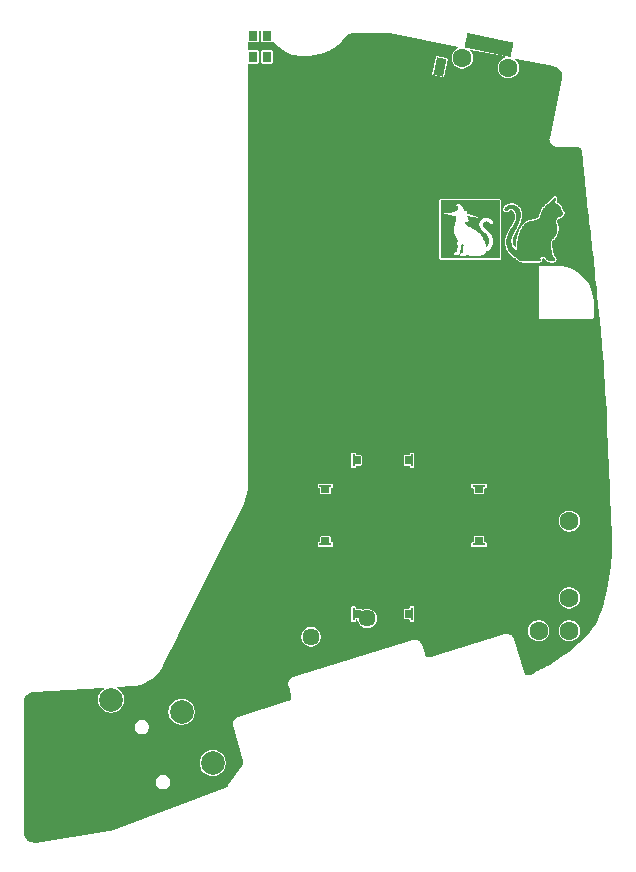
<source format=gbr>
%TF.GenerationSoftware,KiCad,Pcbnew,9.0.3*%
%TF.CreationDate,2025-07-19T19:29:57+01:00*%
%TF.ProjectId,GhostPAW,47686f73-7450-4415-972e-6b696361645f,rev?*%
%TF.SameCoordinates,Original*%
%TF.FileFunction,Copper,L4,Bot*%
%TF.FilePolarity,Positive*%
%FSLAX46Y46*%
G04 Gerber Fmt 4.6, Leading zero omitted, Abs format (unit mm)*
G04 Created by KiCad (PCBNEW 9.0.3) date 2025-07-19 19:29:57*
%MOMM*%
%LPD*%
G01*
G04 APERTURE LIST*
G04 Aperture macros list*
%AMRotRect*
0 Rectangle, with rotation*
0 The origin of the aperture is its center*
0 $1 length*
0 $2 width*
0 $3 Rotation angle, in degrees counterclockwise*
0 Add horizontal line*
21,1,$1,$2,0,0,$3*%
G04 Aperture macros list end*
%TA.AperFunction,EtchedComponent*%
%ADD10C,0.000000*%
%TD*%
%TA.AperFunction,SMDPad,CuDef*%
%ADD11RotRect,0.812800X1.498600X348.000000*%
%TD*%
%TA.AperFunction,ComponentPad*%
%ADD12C,1.600200*%
%TD*%
%TA.AperFunction,SMDPad,CuDef*%
%ADD13RotRect,3.987800X1.244600X348.000000*%
%TD*%
%TA.AperFunction,SMDPad,CuDef*%
%ADD14R,0.700000X0.500000*%
%TD*%
%TA.AperFunction,SMDPad,CuDef*%
%ADD15R,1.100000X0.200000*%
%TD*%
%TA.AperFunction,SMDPad,CuDef*%
%ADD16R,0.500000X0.700000*%
%TD*%
%TA.AperFunction,SMDPad,CuDef*%
%ADD17R,0.200000X1.100000*%
%TD*%
%TA.AperFunction,SMDPad,CuDef*%
%ADD18R,0.800000X0.900000*%
%TD*%
%TA.AperFunction,ComponentPad*%
%ADD19RotRect,2.010000X2.010000X111.000000*%
%TD*%
%TA.AperFunction,ComponentPad*%
%ADD20C,2.010000*%
%TD*%
%TA.AperFunction,ComponentPad*%
%ADD21C,1.447800*%
%TD*%
G04 APERTURE END LIST*
D10*
%TA.AperFunction,EtchedComponent*%
%TO.C,G\u002A\u002A\u002A*%
G36*
X161900349Y-87255964D02*
G01*
X159400000Y-87255964D01*
X156899651Y-87255964D01*
X156899651Y-84799999D01*
X156899651Y-83440384D01*
X157197517Y-83440384D01*
X157199168Y-83443409D01*
X157207859Y-83446546D01*
X157222766Y-83450098D01*
X157238944Y-83453650D01*
X157331284Y-83474912D01*
X157427635Y-83498604D01*
X157522750Y-83523403D01*
X157611378Y-83547987D01*
X157652424Y-83559679D01*
X157743208Y-83584643D01*
X157824923Y-83605682D01*
X157898938Y-83623090D01*
X157966623Y-83637160D01*
X158029347Y-83648185D01*
X158088480Y-83656458D01*
X158145390Y-83662272D01*
X158198649Y-83666705D01*
X158196836Y-83711089D01*
X158197032Y-83748302D01*
X158204523Y-83800734D01*
X158221504Y-83853384D01*
X158235643Y-83888389D01*
X158215136Y-83940041D01*
X158207232Y-83960967D01*
X158195981Y-83995659D01*
X158186149Y-84033439D01*
X158177251Y-84076490D01*
X158168802Y-84126997D01*
X158160317Y-84187144D01*
X158157095Y-84210477D01*
X158148780Y-84260216D01*
X158138907Y-84303148D01*
X158126421Y-84342834D01*
X158110270Y-84382832D01*
X158089398Y-84426704D01*
X158088915Y-84427668D01*
X158056898Y-84502395D01*
X158032764Y-84581459D01*
X158017939Y-84660199D01*
X158015902Y-84680647D01*
X158013836Y-84719845D01*
X158013138Y-84764677D01*
X158013723Y-84812237D01*
X158015503Y-84859618D01*
X158018394Y-84903913D01*
X158022308Y-84942216D01*
X158027160Y-84971621D01*
X158029059Y-84980015D01*
X158047701Y-85047500D01*
X158073114Y-85117589D01*
X158105855Y-85191552D01*
X158146480Y-85270662D01*
X158195547Y-85356190D01*
X158207200Y-85376023D01*
X158239856Y-85436627D01*
X158270337Y-85501508D01*
X158299763Y-85573167D01*
X158329256Y-85654101D01*
X158331808Y-85661531D01*
X158337101Y-85678448D01*
X158339867Y-85692605D01*
X158340316Y-85707621D01*
X158338661Y-85727116D01*
X158335111Y-85754707D01*
X158330061Y-85796559D01*
X158324623Y-85864057D01*
X158322607Y-85933353D01*
X158323950Y-86007642D01*
X158328591Y-86090120D01*
X158329097Y-86097243D01*
X158333062Y-86157447D01*
X158335687Y-86208570D01*
X158336976Y-86253033D01*
X158336930Y-86293253D01*
X158335549Y-86331650D01*
X158332836Y-86370643D01*
X158328792Y-86412651D01*
X158328456Y-86415843D01*
X158325143Y-86450864D01*
X158322422Y-86485805D01*
X158320566Y-86516776D01*
X158319848Y-86539887D01*
X158318881Y-86563239D01*
X158312325Y-86597782D01*
X158298269Y-86627993D01*
X158275187Y-86657906D01*
X158266681Y-86666805D01*
X158239585Y-86689006D01*
X158206573Y-86707201D01*
X158164691Y-86723132D01*
X158164136Y-86723314D01*
X158126595Y-86740655D01*
X158094635Y-86765244D01*
X158069819Y-86795200D01*
X158053709Y-86828643D01*
X158047870Y-86863691D01*
X158048230Y-86873235D01*
X158053107Y-86891351D01*
X158065672Y-86909060D01*
X158072430Y-86916241D01*
X158086970Y-86928091D01*
X158104417Y-86937034D01*
X158126552Y-86943518D01*
X158155158Y-86947993D01*
X158192018Y-86950906D01*
X158238912Y-86952708D01*
X158248877Y-86952967D01*
X158284019Y-86953683D01*
X158310216Y-86953679D01*
X158329794Y-86952787D01*
X158345079Y-86950840D01*
X158358394Y-86947671D01*
X158372067Y-86943111D01*
X158388194Y-86937832D01*
X158416983Y-86930034D01*
X158444203Y-86924233D01*
X158463120Y-86920483D01*
X158485542Y-86914913D01*
X158501709Y-86909623D01*
X158520791Y-86901650D01*
X158509149Y-86923372D01*
X158505014Y-86931718D01*
X158498338Y-86955289D01*
X158502064Y-86974922D01*
X158516668Y-86991805D01*
X158542626Y-87007132D01*
X158546963Y-87009086D01*
X158582667Y-87020965D01*
X158627784Y-87030229D01*
X158680414Y-87036698D01*
X158738663Y-87040194D01*
X158800631Y-87040535D01*
X158864422Y-87037544D01*
X158883150Y-87035991D01*
X158942449Y-87028085D01*
X158991373Y-87016060D01*
X159030650Y-86999431D01*
X159061007Y-86977717D01*
X159083169Y-86950435D01*
X159097865Y-86917102D01*
X159105820Y-86877237D01*
X159110019Y-86839577D01*
X159132078Y-86875346D01*
X159133891Y-86878249D01*
X159171199Y-86926292D01*
X159218160Y-86967966D01*
X159274316Y-87003029D01*
X159339214Y-87031240D01*
X159412397Y-87052359D01*
X159493410Y-87066146D01*
X159494493Y-87066272D01*
X159524403Y-87068979D01*
X159562853Y-87071354D01*
X159606690Y-87073299D01*
X159652760Y-87074716D01*
X159697909Y-87075507D01*
X159738985Y-87075576D01*
X159772833Y-87074822D01*
X159834684Y-87071682D01*
X159951777Y-87062306D01*
X160063764Y-87048791D01*
X160169729Y-87031346D01*
X160268753Y-87010180D01*
X160359920Y-86985498D01*
X160442311Y-86957511D01*
X160515009Y-86926426D01*
X160577096Y-86892451D01*
X160600092Y-86877122D01*
X160641690Y-86842378D01*
X160673282Y-86804022D01*
X160696078Y-86760411D01*
X160711288Y-86709898D01*
X160711884Y-86707141D01*
X160715779Y-86690750D01*
X160720546Y-86680626D01*
X160728881Y-86674701D01*
X160743485Y-86670908D01*
X160767055Y-86667179D01*
X160813817Y-86656538D01*
X160871409Y-86635057D01*
X160929655Y-86605134D01*
X160986359Y-86568072D01*
X161039321Y-86525175D01*
X161086344Y-86477748D01*
X161139421Y-86411494D01*
X161195769Y-86324212D01*
X161242279Y-86230803D01*
X161278768Y-86131776D01*
X161305057Y-86027638D01*
X161320963Y-85918896D01*
X161326305Y-85806057D01*
X161325128Y-85751192D01*
X161314722Y-85637855D01*
X161293418Y-85528530D01*
X161261034Y-85422412D01*
X161217392Y-85318695D01*
X161208095Y-85299964D01*
X161180898Y-85251233D01*
X161149012Y-85202328D01*
X161111759Y-85152503D01*
X161068458Y-85101013D01*
X161018430Y-85047115D01*
X160960996Y-84990062D01*
X160895477Y-84929111D01*
X160821193Y-84863517D01*
X160737465Y-84792535D01*
X160698290Y-84759751D01*
X160662492Y-84729395D01*
X160633482Y-84704187D01*
X160609980Y-84682932D01*
X160590707Y-84664438D01*
X160574380Y-84647510D01*
X160559721Y-84630956D01*
X160545448Y-84613582D01*
X160540063Y-84606730D01*
X160503444Y-84552431D01*
X160478496Y-84499028D01*
X160465144Y-84446058D01*
X160463318Y-84393060D01*
X160472944Y-84339573D01*
X160493950Y-84285134D01*
X160506101Y-84263660D01*
X160530762Y-84230369D01*
X160560364Y-84198724D01*
X160591860Y-84171866D01*
X160622204Y-84152934D01*
X160628314Y-84150054D01*
X160685099Y-84130395D01*
X160744499Y-84122237D01*
X160806314Y-84125592D01*
X160870345Y-84140469D01*
X160887628Y-84146343D01*
X160928501Y-84164027D01*
X160967642Y-84187158D01*
X161007573Y-84217352D01*
X161050815Y-84256228D01*
X161057545Y-84262627D01*
X161089840Y-84291831D01*
X161117016Y-84313192D01*
X161140970Y-84327910D01*
X161163597Y-84337184D01*
X161186794Y-84342213D01*
X161192853Y-84342961D01*
X161219828Y-84343072D01*
X161242104Y-84335755D01*
X161264406Y-84319637D01*
X161274638Y-84310095D01*
X161292383Y-84288468D01*
X161303680Y-84264274D01*
X161309654Y-84234558D01*
X161311434Y-84196364D01*
X161310205Y-84162365D01*
X161305163Y-84130616D01*
X161295078Y-84102351D01*
X161278737Y-84075077D01*
X161254926Y-84046299D01*
X161222431Y-84013525D01*
X161215141Y-84006640D01*
X161142525Y-83946342D01*
X161064507Y-83895602D01*
X160982333Y-83855139D01*
X160897251Y-83825674D01*
X160887498Y-83823021D01*
X160866205Y-83817694D01*
X160846922Y-83813957D01*
X160826879Y-83811532D01*
X160803308Y-83810142D01*
X160773440Y-83809508D01*
X160734506Y-83809354D01*
X160712524Y-83809381D01*
X160679298Y-83809704D01*
X160653915Y-83810608D01*
X160633779Y-83812358D01*
X160616293Y-83815223D01*
X160598860Y-83819470D01*
X160578883Y-83825365D01*
X160510712Y-83850494D01*
X160449255Y-83882691D01*
X160393006Y-83923285D01*
X160339195Y-83973993D01*
X160331494Y-83982246D01*
X160279848Y-84046889D01*
X160238941Y-84116016D01*
X160208903Y-84188925D01*
X160189865Y-84264912D01*
X160181955Y-84343276D01*
X160185304Y-84423313D01*
X160200041Y-84504320D01*
X160226296Y-84585596D01*
X160252083Y-84645329D01*
X160286803Y-84711080D01*
X160326917Y-84772062D01*
X160373651Y-84829767D01*
X160428232Y-84885685D01*
X160491887Y-84941306D01*
X160565843Y-84998120D01*
X160600958Y-85023955D01*
X160658474Y-85067848D01*
X160707493Y-85107840D01*
X160749194Y-85145161D01*
X160784760Y-85181039D01*
X160815372Y-85216704D01*
X160842211Y-85253385D01*
X160866458Y-85292313D01*
X160889296Y-85334715D01*
X160911009Y-85380613D01*
X160945818Y-85472302D01*
X160969970Y-85564678D01*
X160983556Y-85656938D01*
X160986662Y-85748277D01*
X160979379Y-85837891D01*
X160961795Y-85924974D01*
X160933999Y-86008723D01*
X160896080Y-86088333D01*
X160848126Y-86163000D01*
X160790226Y-86231919D01*
X160774168Y-86248477D01*
X160758011Y-86264549D01*
X160746344Y-86275469D01*
X160740971Y-86279496D01*
X160740832Y-86279452D01*
X160738437Y-86273057D01*
X160734900Y-86257362D01*
X160730677Y-86234599D01*
X160726221Y-86207000D01*
X160711881Y-86124628D01*
X160679158Y-85985836D01*
X160636364Y-85849315D01*
X160584051Y-85716178D01*
X160522768Y-85587540D01*
X160453067Y-85464517D01*
X160375500Y-85348224D01*
X160290616Y-85239774D01*
X160198968Y-85140283D01*
X160179829Y-85121449D01*
X160124930Y-85070423D01*
X160068230Y-85022394D01*
X160008370Y-84976443D01*
X159943989Y-84931654D01*
X159873724Y-84887107D01*
X159796214Y-84841884D01*
X159710099Y-84795068D01*
X159614017Y-84745740D01*
X159516838Y-84695519D01*
X159397264Y-84628863D01*
X159288484Y-84562190D01*
X159189911Y-84495153D01*
X159180011Y-84487979D01*
X159150039Y-84465723D01*
X159117023Y-84440562D01*
X159082208Y-84413505D01*
X159046838Y-84385563D01*
X159012156Y-84357747D01*
X158979407Y-84331066D01*
X158949833Y-84306531D01*
X158924680Y-84285152D01*
X158905191Y-84267941D01*
X158892609Y-84255907D01*
X158888179Y-84250060D01*
X158890921Y-84247147D01*
X158901582Y-84239866D01*
X158917521Y-84230533D01*
X158931131Y-84221611D01*
X158952728Y-84203367D01*
X158971346Y-84183316D01*
X158995916Y-84152233D01*
X159035213Y-84154022D01*
X159056699Y-84154057D01*
X159101252Y-84148871D01*
X159145139Y-84137499D01*
X159185614Y-84120953D01*
X159219935Y-84100249D01*
X159245357Y-84076398D01*
X159254099Y-84063232D01*
X159263237Y-84034412D01*
X159261249Y-84003256D01*
X159248103Y-83970984D01*
X159241205Y-83957148D01*
X159233643Y-83932114D01*
X159229349Y-83899729D01*
X159228578Y-83891820D01*
X159221736Y-83851501D01*
X159210454Y-83807302D01*
X159196175Y-83764298D01*
X159180345Y-83727561D01*
X159175043Y-83716768D01*
X159168710Y-83702753D01*
X159166240Y-83695561D01*
X159166247Y-83695507D01*
X159172241Y-83694354D01*
X159188175Y-83693847D01*
X159212237Y-83693924D01*
X159242619Y-83694521D01*
X159277509Y-83695577D01*
X159315097Y-83697029D01*
X159353572Y-83698815D01*
X159391125Y-83700872D01*
X159425945Y-83703138D01*
X159456221Y-83705551D01*
X159465692Y-83706416D01*
X159504665Y-83710288D01*
X159542787Y-83714671D01*
X159581436Y-83719805D01*
X159621986Y-83725929D01*
X159665813Y-83733281D01*
X159714294Y-83742100D01*
X159768804Y-83752625D01*
X159830720Y-83765093D01*
X159901417Y-83779745D01*
X159982271Y-83796819D01*
X160008145Y-83801999D01*
X160034811Y-83806388D01*
X160052932Y-83808097D01*
X160061060Y-83806940D01*
X160061192Y-83806798D01*
X160059460Y-83800575D01*
X160047976Y-83790450D01*
X160027886Y-83777021D01*
X160000335Y-83760886D01*
X159966469Y-83742642D01*
X159927434Y-83722889D01*
X159884376Y-83702222D01*
X159838440Y-83681242D01*
X159790772Y-83660544D01*
X159742518Y-83640727D01*
X159723670Y-83633319D01*
X159662471Y-83610344D01*
X159595794Y-83586699D01*
X159525696Y-83563025D01*
X159454233Y-83539959D01*
X159383460Y-83518142D01*
X159315434Y-83498211D01*
X159252211Y-83480805D01*
X159195846Y-83466564D01*
X159148396Y-83456126D01*
X159112978Y-83449158D01*
X159112978Y-83394482D01*
X159112340Y-83370769D01*
X159109106Y-83329474D01*
X159103673Y-83286597D01*
X159096645Y-83246608D01*
X159088624Y-83213979D01*
X159081120Y-83190401D01*
X159071680Y-83164728D01*
X159063888Y-83148574D01*
X159058184Y-83142963D01*
X159055832Y-83143491D01*
X159044245Y-83149623D01*
X159026626Y-83161378D01*
X159005073Y-83177183D01*
X158981685Y-83195466D01*
X158958562Y-83214652D01*
X158937803Y-83233169D01*
X158929677Y-83240681D01*
X158913908Y-83254675D01*
X158902615Y-83263877D01*
X158897833Y-83266588D01*
X158897641Y-83266187D01*
X158895730Y-83257859D01*
X158892795Y-83241412D01*
X158889389Y-83219897D01*
X158875119Y-83149275D01*
X158847017Y-83060756D01*
X158808198Y-82973818D01*
X158759281Y-82889634D01*
X158700883Y-82809378D01*
X158633621Y-82734222D01*
X158615245Y-82716256D01*
X158567182Y-82674906D01*
X158520443Y-82642755D01*
X158475831Y-82620236D01*
X158434146Y-82607784D01*
X158396192Y-82605831D01*
X158371724Y-82610306D01*
X158331225Y-82625534D01*
X158289957Y-82649416D01*
X158249829Y-82680409D01*
X158212750Y-82716970D01*
X158180627Y-82757555D01*
X158155369Y-82800621D01*
X158149019Y-82813885D01*
X158139541Y-82834318D01*
X158133019Y-82849231D01*
X158130592Y-82856076D01*
X158132953Y-82855500D01*
X158141432Y-82848490D01*
X158153954Y-82836253D01*
X158163313Y-82827233D01*
X158181215Y-82812363D01*
X158196592Y-82802212D01*
X158204271Y-82798961D01*
X158227904Y-82792959D01*
X158256525Y-82789179D01*
X158285457Y-82788112D01*
X158310028Y-82790253D01*
X158314493Y-82791172D01*
X158325937Y-82795662D01*
X158333437Y-82804776D01*
X158340289Y-82821970D01*
X158341796Y-82826798D01*
X158347033Y-82848458D01*
X158352119Y-82875701D01*
X158356136Y-82903784D01*
X158357688Y-82919049D01*
X158359108Y-82967313D01*
X158354912Y-83017202D01*
X158344770Y-83071447D01*
X158328350Y-83132780D01*
X158327339Y-83136170D01*
X158317006Y-83171516D01*
X158309292Y-83196935D01*
X158302821Y-83213513D01*
X158296223Y-83222334D01*
X158288123Y-83224486D01*
X158277149Y-83221052D01*
X158261929Y-83213119D01*
X158241088Y-83201773D01*
X158224213Y-83193093D01*
X158191623Y-83177521D01*
X158162847Y-83165321D01*
X158139511Y-83157098D01*
X158123242Y-83153459D01*
X158115666Y-83155010D01*
X158115265Y-83155708D01*
X158110845Y-83168820D01*
X158106288Y-83190467D01*
X158102015Y-83217647D01*
X158098444Y-83247361D01*
X158095994Y-83276609D01*
X158095084Y-83302390D01*
X158095084Y-83354251D01*
X157978204Y-83358269D01*
X157813809Y-83366136D01*
X157639827Y-83379212D01*
X157470063Y-83396835D01*
X157307992Y-83418694D01*
X157277797Y-83423332D01*
X157243046Y-83428946D01*
X157218632Y-83433456D01*
X157203730Y-83437168D01*
X157197517Y-83440384D01*
X156899651Y-83440384D01*
X156899651Y-82344035D01*
X159400000Y-82344035D01*
X161900349Y-82344035D01*
X161900349Y-84799999D01*
X161900349Y-85806057D01*
X161900349Y-87255964D01*
G37*
%TD.AperFunction*%
%TA.AperFunction,EtchedComponent*%
G36*
X158733357Y-85989515D02*
G01*
X158739224Y-85994273D01*
X158746542Y-86005596D01*
X158752305Y-86014874D01*
X158764202Y-86031930D01*
X158780001Y-86053429D01*
X158797853Y-86076806D01*
X158840766Y-86131933D01*
X158834730Y-86325554D01*
X158834661Y-86327778D01*
X158832384Y-86395888D01*
X158830099Y-86453423D01*
X158827696Y-86501610D01*
X158825067Y-86541672D01*
X158822103Y-86574834D01*
X158818695Y-86602321D01*
X158814734Y-86625357D01*
X158810110Y-86645168D01*
X158804716Y-86662978D01*
X158799652Y-86677021D01*
X158778684Y-86719887D01*
X158751700Y-86753660D01*
X158717204Y-86779906D01*
X158673699Y-86800194D01*
X158652852Y-86809346D01*
X158626701Y-86823312D01*
X158602683Y-86838355D01*
X158599132Y-86840807D01*
X158581572Y-86852721D01*
X158568480Y-86861262D01*
X158562466Y-86864717D01*
X158561942Y-86862724D01*
X158561213Y-86850898D01*
X158560675Y-86829859D01*
X158560350Y-86801239D01*
X158560264Y-86766669D01*
X158560441Y-86727783D01*
X158561036Y-86687432D01*
X158565045Y-86593406D01*
X158573001Y-86506341D01*
X158585329Y-86423104D01*
X158602459Y-86340559D01*
X158624816Y-86255573D01*
X158625989Y-86251526D01*
X158637693Y-86213581D01*
X158650973Y-86174115D01*
X158665178Y-86134727D01*
X158679655Y-86097014D01*
X158693754Y-86062576D01*
X158706822Y-86033008D01*
X158718208Y-86009910D01*
X158727260Y-85994880D01*
X158733326Y-85989514D01*
X158733357Y-85989515D01*
G37*
%TD.AperFunction*%
%TA.AperFunction,EtchedComponent*%
G36*
X166618275Y-82101410D02*
G01*
X166631403Y-82119600D01*
X166641264Y-82146731D01*
X166647486Y-82182415D01*
X166649700Y-82226268D01*
X166649702Y-82231502D01*
X166649103Y-82268702D01*
X166647116Y-82301573D01*
X166643319Y-82333804D01*
X166637293Y-82369086D01*
X166628616Y-82411106D01*
X166624924Y-82426385D01*
X166616830Y-82454470D01*
X166607073Y-82483996D01*
X166596723Y-82511965D01*
X166586853Y-82535378D01*
X166578534Y-82551239D01*
X166573632Y-82560217D01*
X166572590Y-82565692D01*
X166572945Y-82565912D01*
X166580401Y-82568832D01*
X166595828Y-82574249D01*
X166617235Y-82581476D01*
X166642628Y-82589828D01*
X166670562Y-82599516D01*
X166720017Y-82619173D01*
X166770047Y-82641829D01*
X166817864Y-82666112D01*
X166860676Y-82690655D01*
X166895695Y-82714085D01*
X166915050Y-82729222D01*
X166949870Y-82760214D01*
X166981678Y-82793183D01*
X167008278Y-82825772D01*
X167027472Y-82855621D01*
X167031831Y-82864599D01*
X167040893Y-82885971D01*
X167051575Y-82913541D01*
X167062886Y-82944723D01*
X167073839Y-82976928D01*
X167092961Y-83031876D01*
X167118510Y-83094676D01*
X167146178Y-83150382D01*
X167177164Y-83201123D01*
X167212668Y-83249026D01*
X167253889Y-83296218D01*
X167255115Y-83297528D01*
X167274242Y-83318145D01*
X167287099Y-83332829D01*
X167294826Y-83343446D01*
X167298559Y-83351862D01*
X167299437Y-83359945D01*
X167298598Y-83369560D01*
X167296685Y-83382864D01*
X167292356Y-83402076D01*
X167285453Y-83422299D01*
X167274978Y-83446307D01*
X167259930Y-83476875D01*
X167237743Y-83518835D01*
X167202229Y-83578514D01*
X167166712Y-83628585D01*
X167130577Y-83669800D01*
X167093207Y-83702912D01*
X167053987Y-83728675D01*
X167012239Y-83748086D01*
X166965552Y-83763475D01*
X166920268Y-83772639D01*
X166879837Y-83780402D01*
X166836540Y-83796719D01*
X166797889Y-83821624D01*
X166761724Y-83856257D01*
X166743403Y-83878926D01*
X166713900Y-83928115D01*
X166692320Y-83983682D01*
X166679029Y-84044563D01*
X166674395Y-84109693D01*
X166675319Y-84150613D01*
X166679622Y-84199347D01*
X166687893Y-84247994D01*
X166700631Y-84298848D01*
X166718340Y-84354200D01*
X166741520Y-84416342D01*
X166748258Y-84434723D01*
X166760761Y-84474868D01*
X166772244Y-84518872D01*
X166781569Y-84562190D01*
X166787597Y-84600274D01*
X166788013Y-84603981D01*
X166790471Y-84636955D01*
X166791700Y-84676148D01*
X166791764Y-84718716D01*
X166790726Y-84761818D01*
X166788650Y-84802611D01*
X166785600Y-84838251D01*
X166781639Y-84865895D01*
X166781440Y-84866936D01*
X166778963Y-84880890D01*
X166776186Y-84897691D01*
X166768123Y-84939267D01*
X166753797Y-84995635D01*
X166735289Y-85056235D01*
X166713498Y-85118362D01*
X166689323Y-85179313D01*
X166663662Y-85236380D01*
X166638188Y-85287258D01*
X166601080Y-85353631D01*
X166561759Y-85414275D01*
X166518337Y-85471821D01*
X166468932Y-85528900D01*
X166411656Y-85588144D01*
X166407677Y-85592096D01*
X166381364Y-85618857D01*
X166356406Y-85645248D01*
X166334428Y-85669481D01*
X166317056Y-85689771D01*
X166305915Y-85704333D01*
X166295396Y-85720734D01*
X166266196Y-85775482D01*
X166241384Y-85836051D01*
X166222283Y-85898896D01*
X166210218Y-85960475D01*
X166206828Y-85989820D01*
X166204837Y-86022098D01*
X166205029Y-86054757D01*
X166207558Y-86089814D01*
X166212577Y-86129284D01*
X166220240Y-86175184D01*
X166230700Y-86229531D01*
X166235813Y-86254980D01*
X166242861Y-86290119D01*
X166249081Y-86321196D01*
X166254144Y-86346563D01*
X166257720Y-86364571D01*
X166259479Y-86373571D01*
X166261486Y-86383807D01*
X166264497Y-86398031D01*
X166265863Y-86404514D01*
X166269193Y-86420706D01*
X166274177Y-86445111D01*
X166280552Y-86476444D01*
X166288057Y-86513418D01*
X166296431Y-86554747D01*
X166305412Y-86599144D01*
X166313502Y-86639161D01*
X166321936Y-86680858D01*
X166329520Y-86718331D01*
X166335995Y-86750294D01*
X166341098Y-86775460D01*
X166344571Y-86792543D01*
X166346151Y-86800256D01*
X166346405Y-86801476D01*
X166348644Y-86812365D01*
X166352595Y-86831686D01*
X166357898Y-86857670D01*
X166364191Y-86888548D01*
X166371114Y-86922552D01*
X166378171Y-86955880D01*
X166386389Y-86991497D01*
X166394100Y-87021622D01*
X166400853Y-87044516D01*
X166406200Y-87058439D01*
X166412791Y-87070805D01*
X166439355Y-87111340D01*
X166469603Y-87145252D01*
X166501723Y-87170417D01*
X166527450Y-87187869D01*
X166563796Y-87220309D01*
X166589798Y-87255697D01*
X166605584Y-87294226D01*
X166611281Y-87336088D01*
X166611189Y-87343573D01*
X166604610Y-87378745D01*
X166588278Y-87410452D01*
X166562780Y-87438268D01*
X166528705Y-87461769D01*
X166486642Y-87480532D01*
X166437178Y-87494132D01*
X166380903Y-87502145D01*
X166377938Y-87502401D01*
X166358972Y-87504184D01*
X166345247Y-87505721D01*
X166339560Y-87506705D01*
X166335923Y-87507246D01*
X166323359Y-87507493D01*
X166304307Y-87507255D01*
X166281277Y-87506622D01*
X166256783Y-87505678D01*
X166233336Y-87504512D01*
X166213450Y-87503210D01*
X166199637Y-87501860D01*
X166153993Y-87493854D01*
X166080372Y-87472599D01*
X166011943Y-87442048D01*
X165949256Y-87402631D01*
X165892862Y-87354775D01*
X165843311Y-87298910D01*
X165801153Y-87235464D01*
X165766939Y-87164865D01*
X165761240Y-87151303D01*
X165752825Y-87133042D01*
X165746137Y-87120665D01*
X165742261Y-87116305D01*
X165740926Y-87116518D01*
X165730795Y-87117988D01*
X165715879Y-87120054D01*
X165713869Y-87120338D01*
X165699658Y-87122510D01*
X165677189Y-87126082D01*
X165648438Y-87130736D01*
X165615381Y-87136153D01*
X165579992Y-87142012D01*
X165571155Y-87143482D01*
X165536156Y-87149282D01*
X165503976Y-87154583D01*
X165476590Y-87159061D01*
X165455974Y-87162393D01*
X165444105Y-87164256D01*
X165436254Y-87165434D01*
X165423917Y-87167333D01*
X165411014Y-87169415D01*
X165395009Y-87172101D01*
X165373366Y-87175813D01*
X165343549Y-87180972D01*
X165332466Y-87182808D01*
X165307331Y-87186421D01*
X165285304Y-87188892D01*
X165270170Y-87189767D01*
X165265996Y-87189749D01*
X165258351Y-87190125D01*
X165256543Y-87191839D01*
X165261529Y-87195804D01*
X165274263Y-87202932D01*
X165295702Y-87214134D01*
X165298287Y-87215483D01*
X165342673Y-87241971D01*
X165376222Y-87269114D01*
X165398931Y-87296909D01*
X165410796Y-87325351D01*
X165411812Y-87354435D01*
X165409769Y-87364150D01*
X165396747Y-87393147D01*
X165374317Y-87420754D01*
X165343575Y-87446165D01*
X165305621Y-87468572D01*
X165261550Y-87487168D01*
X165212460Y-87501145D01*
X165206083Y-87502430D01*
X165198141Y-87503670D01*
X165188507Y-87504763D01*
X165176570Y-87505716D01*
X165161718Y-87506535D01*
X165143340Y-87507225D01*
X165120822Y-87507795D01*
X165093553Y-87508249D01*
X165060922Y-87508594D01*
X165022315Y-87508837D01*
X164977122Y-87508984D01*
X164924729Y-87509041D01*
X164864526Y-87509015D01*
X164795900Y-87508912D01*
X164718239Y-87508739D01*
X164630931Y-87508501D01*
X164533364Y-87508206D01*
X164486153Y-87508049D01*
X164405154Y-87507741D01*
X164327472Y-87507395D01*
X164253792Y-87507016D01*
X164184801Y-87506611D01*
X164121188Y-87506185D01*
X164063637Y-87505743D01*
X164012836Y-87505291D01*
X163969472Y-87504833D01*
X163934232Y-87504376D01*
X163907803Y-87503925D01*
X163890870Y-87503486D01*
X163884122Y-87503063D01*
X163880139Y-87502066D01*
X163865330Y-87499202D01*
X163847448Y-87496450D01*
X163787694Y-87485099D01*
X163716678Y-87464116D01*
X163644944Y-87435612D01*
X163574877Y-87400669D01*
X163508862Y-87360369D01*
X163449284Y-87315795D01*
X163438133Y-87306214D01*
X163414044Y-87284130D01*
X163388825Y-87259550D01*
X163364830Y-87234859D01*
X163344409Y-87212444D01*
X163329913Y-87194690D01*
X163326734Y-87190903D01*
X163311823Y-87177668D01*
X163289919Y-87162034D01*
X163263162Y-87145575D01*
X163183275Y-87096896D01*
X163089157Y-87031303D01*
X162998534Y-86958385D01*
X162909109Y-86876397D01*
X162836653Y-86801833D01*
X162756019Y-86706731D01*
X162685468Y-86608391D01*
X162624705Y-86506302D01*
X162573432Y-86399956D01*
X162531352Y-86288844D01*
X162498169Y-86172458D01*
X162494303Y-86155966D01*
X162488458Y-86129080D01*
X162483793Y-86105248D01*
X162481068Y-86088208D01*
X162479808Y-86078533D01*
X162477640Y-86064738D01*
X162476038Y-86058030D01*
X162474186Y-86052525D01*
X162471655Y-86036011D01*
X162469576Y-86011261D01*
X162467948Y-85979868D01*
X162466770Y-85943423D01*
X162466040Y-85903517D01*
X162465759Y-85861743D01*
X162465925Y-85819690D01*
X162466537Y-85778951D01*
X162467595Y-85741117D01*
X162469098Y-85707780D01*
X162471044Y-85680530D01*
X162473433Y-85660959D01*
X162476264Y-85650659D01*
X162477063Y-85647963D01*
X162479123Y-85636865D01*
X162481490Y-85620757D01*
X162486005Y-85591857D01*
X162496132Y-85541569D01*
X162509604Y-85485773D01*
X162525722Y-85427112D01*
X162543789Y-85368228D01*
X162563106Y-85311763D01*
X162582005Y-85261699D01*
X162609616Y-85194629D01*
X162641000Y-85124715D01*
X162676578Y-85051146D01*
X162716773Y-84973105D01*
X162762007Y-84889781D01*
X162812702Y-84800358D01*
X162869279Y-84704022D01*
X162932161Y-84599961D01*
X162937842Y-84590662D01*
X162995867Y-84494249D01*
X163047508Y-84405555D01*
X163093112Y-84323854D01*
X163133024Y-84248419D01*
X163167591Y-84178525D01*
X163197160Y-84113445D01*
X163222076Y-84052453D01*
X163242687Y-83994823D01*
X163259337Y-83939829D01*
X163272375Y-83886745D01*
X163276129Y-83869077D01*
X163282730Y-83834704D01*
X163287204Y-83804229D01*
X163289929Y-83773965D01*
X163291287Y-83740223D01*
X163291655Y-83699315D01*
X163291645Y-83691964D01*
X163291029Y-83651143D01*
X163289156Y-83616510D01*
X163285607Y-83584047D01*
X163279961Y-83549740D01*
X163271798Y-83509572D01*
X163252929Y-83436148D01*
X163226004Y-83360730D01*
X163193362Y-83293392D01*
X163155284Y-83234414D01*
X163112053Y-83184071D01*
X163063948Y-83142643D01*
X163011252Y-83110408D01*
X162954245Y-83087642D01*
X162893208Y-83074624D01*
X162828424Y-83071631D01*
X162811006Y-83072624D01*
X162778410Y-83076410D01*
X162746757Y-83082216D01*
X162719355Y-83089384D01*
X162699515Y-83097255D01*
X162697502Y-83098513D01*
X162686983Y-83106932D01*
X162672275Y-83120265D01*
X162655904Y-83136251D01*
X162646748Y-83145046D01*
X162612147Y-83171907D01*
X162573154Y-83194168D01*
X162531724Y-83211259D01*
X162489811Y-83222610D01*
X162449371Y-83227649D01*
X162412358Y-83225808D01*
X162380728Y-83216516D01*
X162364072Y-83207793D01*
X162340298Y-83189506D01*
X162322904Y-83165800D01*
X162309607Y-83134025D01*
X162303145Y-83107439D01*
X162301482Y-83064996D01*
X162309695Y-83022205D01*
X162327220Y-82979622D01*
X162353493Y-82937806D01*
X162387951Y-82897312D01*
X162430032Y-82858699D01*
X162479170Y-82822524D01*
X162534804Y-82789342D01*
X162596369Y-82759713D01*
X162663302Y-82734192D01*
X162735039Y-82713337D01*
X162739237Y-82712300D01*
X162773196Y-82704324D01*
X162802289Y-82698593D01*
X162829662Y-82694754D01*
X162858460Y-82692453D01*
X162891829Y-82691334D01*
X162932913Y-82691043D01*
X162968357Y-82691294D01*
X163003741Y-82692443D01*
X163033491Y-82694839D01*
X163060466Y-82698819D01*
X163087525Y-82704721D01*
X163117528Y-82712884D01*
X163187138Y-82736833D01*
X163267501Y-82774589D01*
X163342634Y-82821245D01*
X163412001Y-82876192D01*
X163475065Y-82938823D01*
X163531289Y-83008533D01*
X163580139Y-83084713D01*
X163621076Y-83166757D01*
X163653565Y-83254058D01*
X163677068Y-83346008D01*
X163682004Y-83374598D01*
X163688080Y-83426377D01*
X163691868Y-83482906D01*
X163693316Y-83541121D01*
X163692370Y-83597959D01*
X163688979Y-83650356D01*
X163683089Y-83695250D01*
X163681364Y-83705036D01*
X163678146Y-83723504D01*
X163674574Y-83744169D01*
X163670267Y-83766641D01*
X163663210Y-83799372D01*
X163654412Y-83837547D01*
X163644513Y-83878517D01*
X163634157Y-83919630D01*
X163623983Y-83958236D01*
X163614636Y-83991686D01*
X163600832Y-84037832D01*
X163574401Y-84119625D01*
X163545191Y-84201880D01*
X163512747Y-84285636D01*
X163476611Y-84371930D01*
X163436327Y-84461799D01*
X163391437Y-84556282D01*
X163341485Y-84656416D01*
X163286015Y-84763238D01*
X163224569Y-84877786D01*
X163222802Y-84881034D01*
X163206849Y-84910413D01*
X163190732Y-84940156D01*
X163176238Y-84966961D01*
X163165157Y-84987524D01*
X163159691Y-84997676D01*
X163145489Y-85023930D01*
X163129759Y-85052891D01*
X163115012Y-85079927D01*
X163105624Y-85097320D01*
X163084153Y-85138465D01*
X163061360Y-85183701D01*
X163038334Y-85230757D01*
X163016164Y-85277359D01*
X162995937Y-85321236D01*
X162978742Y-85360116D01*
X162965667Y-85391726D01*
X162960033Y-85406550D01*
X162947661Y-85441641D01*
X162935261Y-85479768D01*
X162923614Y-85518295D01*
X162913503Y-85554583D01*
X162905709Y-85585992D01*
X162901014Y-85609886D01*
X162898979Y-85623667D01*
X162894830Y-85654328D01*
X162892072Y-85680831D01*
X162890438Y-85706932D01*
X162889663Y-85736386D01*
X162889481Y-85772950D01*
X162889502Y-85784322D01*
X162889918Y-85821127D01*
X162891132Y-85851041D01*
X162893496Y-85877199D01*
X162897363Y-85902740D01*
X162903086Y-85930801D01*
X162911018Y-85964518D01*
X162915555Y-85982283D01*
X162944714Y-86071377D01*
X162984500Y-86160158D01*
X163034962Y-86248704D01*
X163096149Y-86337094D01*
X163168109Y-86425407D01*
X163250892Y-86513720D01*
X163251715Y-86514545D01*
X163274285Y-86536991D01*
X163294044Y-86556360D01*
X163309783Y-86571490D01*
X163320293Y-86581218D01*
X163324366Y-86584382D01*
X163325068Y-86580169D01*
X163326317Y-86567047D01*
X163327841Y-86547251D01*
X163329453Y-86523047D01*
X163330732Y-86503339D01*
X163332437Y-86479435D01*
X163333958Y-86460576D01*
X163335073Y-86449668D01*
X163335682Y-86444414D01*
X163337149Y-86428443D01*
X163338905Y-86406539D01*
X163340691Y-86381829D01*
X163341745Y-86366921D01*
X163343447Y-86344849D01*
X163344917Y-86328054D01*
X163345924Y-86319321D01*
X163346302Y-86316697D01*
X163347626Y-86304099D01*
X163349337Y-86284918D01*
X163351160Y-86262144D01*
X163351866Y-86253039D01*
X163353776Y-86230057D01*
X163355526Y-86211123D01*
X163356807Y-86199636D01*
X163358204Y-86188059D01*
X163360168Y-86169336D01*
X163362210Y-86147999D01*
X163364165Y-86127595D01*
X163366157Y-86108664D01*
X163367656Y-86096362D01*
X163368765Y-86087949D01*
X163370854Y-86070312D01*
X163373064Y-86050160D01*
X163374635Y-86035645D01*
X163376801Y-86016810D01*
X163378435Y-86003958D01*
X163379546Y-85995640D01*
X163381735Y-85978046D01*
X163384114Y-85957947D01*
X163385861Y-85943475D01*
X163388216Y-85925795D01*
X163390000Y-85914464D01*
X163391212Y-85906836D01*
X163393349Y-85890350D01*
X163395550Y-85870789D01*
X163397248Y-85855895D01*
X163399208Y-85841826D01*
X163400615Y-85835268D01*
X163401747Y-85830569D01*
X163403764Y-85817643D01*
X163406004Y-85799937D01*
X163407840Y-85785211D01*
X163409953Y-85771163D01*
X163411439Y-85764607D01*
X163412591Y-85759908D01*
X163414628Y-85746982D01*
X163416875Y-85729276D01*
X163418720Y-85714553D01*
X163420877Y-85700422D01*
X163422426Y-85693759D01*
X163423265Y-85691087D01*
X163425425Y-85679946D01*
X163427839Y-85663863D01*
X163429170Y-85654513D01*
X163431473Y-85640833D01*
X163433113Y-85634231D01*
X163433737Y-85632416D01*
X163435849Y-85622291D01*
X163438299Y-85607053D01*
X163441829Y-85585946D01*
X163447770Y-85555153D01*
X163455536Y-85517692D01*
X163464685Y-85475554D01*
X163474776Y-85430730D01*
X163485369Y-85385213D01*
X163496022Y-85340994D01*
X163506293Y-85300064D01*
X163508797Y-85290382D01*
X163550738Y-85142367D01*
X163597140Y-85003626D01*
X163647938Y-84874316D01*
X163703066Y-84754593D01*
X163762458Y-84644613D01*
X163826048Y-84544532D01*
X163855168Y-84503979D01*
X163924308Y-84418966D01*
X163998566Y-84342130D01*
X164077271Y-84274076D01*
X164159752Y-84215408D01*
X164245339Y-84166729D01*
X164262197Y-84158636D01*
X164307049Y-84139486D01*
X164356381Y-84121126D01*
X164406720Y-84104720D01*
X164454595Y-84091433D01*
X164496535Y-84082431D01*
X164511179Y-84079965D01*
X164545626Y-84074610D01*
X164579260Y-84070188D01*
X164617912Y-84065905D01*
X164622028Y-84065464D01*
X164658722Y-84060703D01*
X164701768Y-84053979D01*
X164747734Y-84045918D01*
X164793188Y-84037149D01*
X164834699Y-84028299D01*
X164868834Y-84019997D01*
X164927249Y-84002997D01*
X165007287Y-83974024D01*
X165078118Y-83940652D01*
X165140366Y-83902423D01*
X165194654Y-83858878D01*
X165241607Y-83809560D01*
X165281849Y-83754012D01*
X165316002Y-83691774D01*
X165318454Y-83686603D01*
X165329715Y-83662029D01*
X165339904Y-83637995D01*
X165349672Y-83612663D01*
X165359670Y-83584194D01*
X165370552Y-83550747D01*
X165382967Y-83510485D01*
X165397568Y-83461568D01*
X165412077Y-83413313D01*
X165436542Y-83336780D01*
X165460724Y-83268698D01*
X165485536Y-83207617D01*
X165511893Y-83152085D01*
X165540708Y-83100653D01*
X165572897Y-83051869D01*
X165609373Y-83004282D01*
X165651051Y-82956442D01*
X165698844Y-82906899D01*
X165753668Y-82854201D01*
X165816435Y-82796898D01*
X165825548Y-82788727D01*
X165849136Y-82767555D01*
X165870921Y-82747970D01*
X165888804Y-82731860D01*
X165900685Y-82721113D01*
X165903852Y-82718260D01*
X165918989Y-82704910D01*
X165940933Y-82685823D01*
X165968544Y-82661972D01*
X166000685Y-82634331D01*
X166036216Y-82603875D01*
X166073999Y-82571577D01*
X166112894Y-82538410D01*
X166151764Y-82505350D01*
X166189469Y-82473369D01*
X166224870Y-82443441D01*
X166256829Y-82416541D01*
X166296370Y-82382958D01*
X166350851Y-82335002D01*
X166397147Y-82291877D01*
X166435867Y-82252989D01*
X166467621Y-82217740D01*
X166493019Y-82185533D01*
X166499490Y-82176756D01*
X166516667Y-82154467D01*
X166533337Y-82134034D01*
X166546651Y-82118990D01*
X166562988Y-82104332D01*
X166583697Y-82093389D01*
X166602250Y-82092544D01*
X166618275Y-82101410D01*
G37*
%TD.AperFunction*%
%TD*%
D11*
%TO.P,U6,1,1*%
%TO.N,L1_BUTTON*%
X156835841Y-71015495D03*
%TO.P,U6,2,2*%
%TO.N,GND*%
X164065721Y-72552253D03*
D12*
%TO.P,U6,5*%
%TO.N,N/C*%
X158732815Y-70276141D03*
%TO.P,U6,4*%
X162633472Y-71105251D03*
D13*
%TO.P,U6,3,3*%
%TO.N,GND*%
X161000001Y-69199999D03*
%TD*%
D14*
%TO.P,S4,1,1*%
%TO.N,GND*%
X143650000Y-106875000D03*
%TO.P,S4,2,2*%
X143650000Y-111125000D03*
%TO.P,S4,3,3*%
%TO.N,D_LEFT_BUTTON*%
X147150000Y-106875000D03*
%TO.P,S4,4,4*%
X147150000Y-111125000D03*
D15*
%TO.P,S4,5,5*%
%TO.N,GND*%
X143650000Y-106525000D03*
%TO.P,S4,6,6*%
X143650000Y-111475000D03*
%TO.P,S4,7,7*%
%TO.N,D_LEFT_BUTTON*%
X147150000Y-106525000D03*
%TO.P,S4,8,8*%
X147150000Y-111475000D03*
%TD*%
D14*
%TO.P,S3,1,1*%
%TO.N,GND*%
X156650000Y-106875000D03*
%TO.P,S3,2,2*%
X156650000Y-111125000D03*
%TO.P,S3,3,3*%
%TO.N,D_DOWN_BUTTON*%
X160150000Y-106875000D03*
%TO.P,S3,4,4*%
X160150000Y-111125000D03*
D15*
%TO.P,S3,5,5*%
%TO.N,GND*%
X156650000Y-106525000D03*
%TO.P,S3,6,6*%
X156650000Y-111475000D03*
%TO.P,S3,7,7*%
%TO.N,D_DOWN_BUTTON*%
X160150000Y-106525000D03*
%TO.P,S3,8,8*%
X160150000Y-111475000D03*
%TD*%
D16*
%TO.P,S2,1,1*%
%TO.N,GND*%
X154125000Y-113850000D03*
%TO.P,S2,2,2*%
X149875000Y-113850000D03*
%TO.P,S2,3,3*%
%TO.N,D_RIGHT_BUTTON*%
X154125000Y-117350000D03*
%TO.P,S2,4,4*%
X149875000Y-117350000D03*
D17*
%TO.P,S2,5,5*%
%TO.N,GND*%
X154475000Y-113850000D03*
%TO.P,S2,6,6*%
X149525000Y-113850000D03*
%TO.P,S2,7,7*%
%TO.N,D_RIGHT_BUTTON*%
X154475000Y-117350000D03*
%TO.P,S2,8,8*%
X149525000Y-117350000D03*
%TD*%
D16*
%TO.P,S1,1,1*%
%TO.N,GND*%
X154125000Y-100850000D03*
%TO.P,S1,2,2*%
X149875000Y-100850000D03*
%TO.P,S1,3,3*%
%TO.N,D_UP_BUTTON*%
X154125000Y-104350000D03*
%TO.P,S1,4,4*%
X149875000Y-104350000D03*
D17*
%TO.P,S1,5,5*%
%TO.N,GND*%
X154475000Y-100850000D03*
%TO.P,S1,6,6*%
X149525000Y-100850000D03*
%TO.P,S1,7,7*%
%TO.N,D_UP_BUTTON*%
X154475000Y-104350000D03*
%TO.P,S1,8,8*%
X149525000Y-104350000D03*
%TD*%
D12*
%TO.P,M1,1,1*%
%TO.N,RUMBLE+*%
X165200000Y-118780000D03*
%TO.P,M1,2,2*%
%TO.N,RUMBLE-*%
X167800000Y-118780000D03*
%TO.P,M1,3*%
%TO.N,N/C*%
X167800000Y-116000000D03*
%TO.P,M1,4*%
X167800000Y-109500001D03*
%TD*%
D18*
%TO.P,LED1,1,ANODE*%
%TO.N,VDD*%
X142200000Y-70200000D03*
%TO.P,LED1,2,RED_CATHODE*%
%TO.N,R-*%
X141000000Y-70200000D03*
%TO.P,LED1,3,GREEN_CATHODE*%
%TO.N,G-*%
X141000000Y-68400000D03*
%TO.P,LED1,4,BLUE_CATHODE*%
%TO.N,B-*%
X142200000Y-68400000D03*
%TD*%
D19*
%TO.P,H1,1,SLEEVE*%
%TO.N,GND*%
X128915322Y-133308780D03*
D20*
%TO.P,H1,2,TIP*%
%TO.N,GC_AUX_DATA*%
X134965558Y-125630587D03*
%TO.P,H1,3,RING_1*%
%TO.N,+5V*%
X128999999Y-124600001D03*
%TO.P,H1,4,RING_2*%
%TO.N,+3V3*%
X137597620Y-129975958D03*
%TD*%
D21*
%TO.P,SW2,9*%
%TO.N,N/C*%
X145929085Y-119285476D03*
%TO.P,SW2,10*%
X150684367Y-117740391D03*
%TD*%
%TA.AperFunction,Conductor*%
%TO.N,GND*%
G36*
X141553917Y-68006246D02*
G01*
X141648971Y-68009041D01*
X141683879Y-68024718D01*
X141697500Y-68059019D01*
X141697500Y-68860091D01*
X141697501Y-68860095D01*
X141700382Y-68874583D01*
X141703447Y-68889993D01*
X141726102Y-68923898D01*
X141760007Y-68946553D01*
X141789905Y-68952500D01*
X142610094Y-68952499D01*
X142639993Y-68946553D01*
X142673898Y-68923898D01*
X142683290Y-68909840D01*
X142688850Y-68906125D01*
X142691793Y-68900118D01*
X142704203Y-68895867D01*
X142715108Y-68888581D01*
X142721667Y-68889885D01*
X142727997Y-68887718D01*
X142739777Y-68893487D01*
X142752641Y-68896046D01*
X142762365Y-68904550D01*
X142809774Y-68958312D01*
X142813813Y-68963555D01*
X142816470Y-68967522D01*
X142827231Y-68978261D01*
X142829409Y-68980578D01*
X142839457Y-68991972D01*
X142839458Y-68991972D01*
X142843243Y-68994860D01*
X142848232Y-68999219D01*
X142902687Y-69053564D01*
X142903290Y-69054907D01*
X142916778Y-69067628D01*
X142917279Y-69068128D01*
X142917280Y-69068129D01*
X142930510Y-69081332D01*
X142935621Y-69085399D01*
X143030749Y-69175114D01*
X143035315Y-69179420D01*
X143036129Y-69181073D01*
X143049812Y-69193092D01*
X143063063Y-69205589D01*
X143063072Y-69205597D01*
X143069492Y-69210379D01*
X143124949Y-69259091D01*
X143125332Y-69259839D01*
X143139962Y-69272279D01*
X143140239Y-69272522D01*
X143140248Y-69272530D01*
X143156156Y-69286503D01*
X143159297Y-69288718D01*
X143258000Y-69372646D01*
X143258615Y-69373777D01*
X143273205Y-69385575D01*
X143287480Y-69397713D01*
X143288428Y-69398519D01*
X143293192Y-69401737D01*
X143341517Y-69440814D01*
X143341519Y-69440816D01*
X143345760Y-69444245D01*
X143346182Y-69444993D01*
X143361242Y-69456767D01*
X143361555Y-69457020D01*
X143361608Y-69457062D01*
X143378001Y-69470317D01*
X143381297Y-69472445D01*
X143476309Y-69546723D01*
X143477280Y-69548306D01*
X143491997Y-69558988D01*
X143506344Y-69570204D01*
X143506347Y-69570205D01*
X143506367Y-69570215D01*
X143513223Y-69574394D01*
X143519926Y-69579259D01*
X143559329Y-69607859D01*
X143559330Y-69607859D01*
X143564144Y-69611353D01*
X143564958Y-69612599D01*
X143580273Y-69623060D01*
X143595297Y-69633965D01*
X143595298Y-69633965D01*
X143595922Y-69634418D01*
X143601653Y-69637664D01*
X143697433Y-69703089D01*
X143699295Y-69705596D01*
X143713869Y-69714316D01*
X143727874Y-69723883D01*
X143727880Y-69723884D01*
X143731620Y-69725479D01*
X143737691Y-69728570D01*
X143791377Y-69760694D01*
X143792795Y-69762440D01*
X143808450Y-69770910D01*
X143823753Y-69780067D01*
X143823755Y-69780068D01*
X143824896Y-69780475D01*
X143831887Y-69783590D01*
X143936901Y-69840410D01*
X143939746Y-69843393D01*
X143954363Y-69849857D01*
X143956118Y-69850807D01*
X143956120Y-69850808D01*
X143968439Y-69857474D01*
X143973143Y-69858927D01*
X143973026Y-69859303D01*
X143979755Y-69861089D01*
X144043746Y-69889393D01*
X144045633Y-69891183D01*
X144061953Y-69897446D01*
X144077935Y-69904515D01*
X144077936Y-69904515D01*
X144080201Y-69905022D01*
X144087203Y-69907135D01*
X144133622Y-69924950D01*
X144203730Y-69951856D01*
X144203731Y-69951856D01*
X144211053Y-69954666D01*
X144214351Y-69957319D01*
X144229597Y-69961782D01*
X144244430Y-69967475D01*
X144244434Y-69967474D01*
X144249285Y-69968308D01*
X144249224Y-69968663D01*
X144256187Y-69969566D01*
X144335807Y-69992878D01*
X144337764Y-69994308D01*
X144354922Y-69998474D01*
X144371854Y-70003432D01*
X144371854Y-70003431D01*
X144371855Y-70003432D01*
X144373594Y-70003586D01*
X144380971Y-70004800D01*
X144531321Y-70041312D01*
X144534480Y-70043289D01*
X144550641Y-70046004D01*
X144552383Y-70046427D01*
X144566554Y-70049869D01*
X144571475Y-70050075D01*
X144571452Y-70050600D01*
X144578211Y-70050635D01*
X144675854Y-70067040D01*
X144677655Y-70068070D01*
X144695510Y-70070343D01*
X144713241Y-70073322D01*
X144713245Y-70073320D01*
X144713904Y-70073302D01*
X144721713Y-70073678D01*
X144900999Y-70096503D01*
X144903873Y-70097919D01*
X144920737Y-70099016D01*
X144937488Y-70101149D01*
X144937494Y-70101147D01*
X144941842Y-70100844D01*
X144948580Y-70100828D01*
X144948826Y-70100844D01*
X145064086Y-70108345D01*
X145065746Y-70109092D01*
X145083979Y-70109640D01*
X145102170Y-70110824D01*
X145102170Y-70110823D01*
X145102233Y-70110828D01*
X145110146Y-70110426D01*
X145315601Y-70116603D01*
X145318314Y-70117646D01*
X145335502Y-70117202D01*
X145352666Y-70117718D01*
X145352676Y-70117714D01*
X145355943Y-70117166D01*
X145362927Y-70116493D01*
X145493562Y-70113119D01*
X145495182Y-70113681D01*
X145513501Y-70112604D01*
X145531821Y-70112131D01*
X145531822Y-70112130D01*
X145532106Y-70112123D01*
X145539524Y-70111074D01*
X145764681Y-70097840D01*
X145767414Y-70098624D01*
X145784552Y-70096672D01*
X145801758Y-70095661D01*
X145801760Y-70095659D01*
X145804776Y-70094874D01*
X145811739Y-70093575D01*
X145952083Y-70077594D01*
X145953768Y-70078017D01*
X145971878Y-70075339D01*
X145976252Y-70074841D01*
X145990303Y-70073242D01*
X145997709Y-70071520D01*
X146233856Y-70036613D01*
X146236774Y-70037171D01*
X146253541Y-70033703D01*
X146270472Y-70031201D01*
X146273826Y-70030003D01*
X146280515Y-70028125D01*
X146424394Y-69998373D01*
X146426230Y-69998657D01*
X146443888Y-69994342D01*
X146461727Y-69990654D01*
X146461731Y-69990651D01*
X146461759Y-69990640D01*
X146469380Y-69988114D01*
X146707091Y-69930038D01*
X146710300Y-69930331D01*
X146726406Y-69925319D01*
X146742800Y-69921314D01*
X146742803Y-69921311D01*
X146746831Y-69919435D01*
X146753086Y-69917016D01*
X146894490Y-69873017D01*
X146896523Y-69873123D01*
X146913509Y-69867099D01*
X146930723Y-69861743D01*
X146930728Y-69861738D01*
X146931205Y-69861480D01*
X146938378Y-69858279D01*
X147168967Y-69776508D01*
X147172521Y-69776450D01*
X147187699Y-69769866D01*
X147203300Y-69764334D01*
X147203301Y-69764332D01*
X147207532Y-69761812D01*
X147207831Y-69762314D01*
X147213444Y-69758697D01*
X147347683Y-69700472D01*
X147349937Y-69700337D01*
X147365953Y-69692547D01*
X147382294Y-69685460D01*
X147382295Y-69685458D01*
X147382297Y-69685458D01*
X147383311Y-69684756D01*
X147389912Y-69680895D01*
X147399270Y-69676344D01*
X147606075Y-69575770D01*
X147609995Y-69575233D01*
X147623944Y-69567080D01*
X147638474Y-69560014D01*
X147638477Y-69560010D01*
X147642402Y-69557034D01*
X147642673Y-69557392D01*
X147647983Y-69553029D01*
X147771450Y-69480868D01*
X147773922Y-69480407D01*
X147788634Y-69470824D01*
X147803797Y-69461963D01*
X147803801Y-69461957D01*
X147805330Y-69460603D01*
X147811214Y-69456119D01*
X148000739Y-69332683D01*
X148007242Y-69328448D01*
X148011481Y-69327278D01*
X148023883Y-69317610D01*
X148037061Y-69309028D01*
X148037063Y-69309024D01*
X148040585Y-69305585D01*
X148040801Y-69305806D01*
X148045664Y-69300630D01*
X148155483Y-69215029D01*
X148158117Y-69214148D01*
X148171175Y-69202796D01*
X148184827Y-69192156D01*
X148184830Y-69192150D01*
X148186726Y-69189956D01*
X148191763Y-69184900D01*
X148363516Y-69035610D01*
X148367904Y-69033675D01*
X148378495Y-69022590D01*
X148390072Y-69012528D01*
X148390075Y-69012520D01*
X148393087Y-69008633D01*
X148393234Y-69008747D01*
X148397436Y-69002766D01*
X148491701Y-68904114D01*
X148494352Y-68902759D01*
X148505443Y-68889732D01*
X148517266Y-68877360D01*
X148517266Y-68877358D01*
X148517268Y-68877357D01*
X148519191Y-68874332D01*
X148523321Y-68868735D01*
X148530679Y-68860094D01*
X148972995Y-68340626D01*
X148983345Y-68331430D01*
X149075194Y-68270276D01*
X149082954Y-68266049D01*
X149191602Y-68218791D01*
X149199980Y-68215999D01*
X149315260Y-68188623D01*
X149323997Y-68187351D01*
X149444769Y-68180578D01*
X149447563Y-68180501D01*
X149448387Y-68180500D01*
X149473644Y-68181323D01*
X149475182Y-68180500D01*
X149482928Y-68180500D01*
X152356785Y-68180500D01*
X152365461Y-68182417D01*
X152365644Y-68181368D01*
X152372126Y-68182498D01*
X152372128Y-68182499D01*
X152372129Y-68182498D01*
X152372130Y-68182499D01*
X152385282Y-68181323D01*
X152392264Y-68180698D01*
X152394582Y-68180545D01*
X152395636Y-68180500D01*
X152409991Y-68180500D01*
X152411638Y-68179817D01*
X152417755Y-68179556D01*
X152417863Y-68179595D01*
X152418423Y-68179532D01*
X152457885Y-68178378D01*
X152463851Y-68178561D01*
X152519592Y-68183627D01*
X152525492Y-68184523D01*
X152564001Y-68192751D01*
X152564509Y-68192863D01*
X152569847Y-68194064D01*
X152570688Y-68194628D01*
X152585525Y-68197594D01*
X152586072Y-68197718D01*
X152586137Y-68197764D01*
X152588428Y-68198310D01*
X152609099Y-68204041D01*
X152609102Y-68204040D01*
X152613401Y-68204077D01*
X152622778Y-68205045D01*
X158363293Y-69353148D01*
X158395090Y-69374442D01*
X158402516Y-69411983D01*
X158381222Y-69443780D01*
X158372622Y-69448371D01*
X158305275Y-69476267D01*
X158157441Y-69575045D01*
X158031719Y-69700767D01*
X157932941Y-69848601D01*
X157932940Y-69848603D01*
X157864901Y-70012862D01*
X157864901Y-70012864D01*
X157830215Y-70187239D01*
X157830215Y-70365042D01*
X157864901Y-70539417D01*
X157864901Y-70539419D01*
X157932940Y-70703678D01*
X157932942Y-70703682D01*
X157946450Y-70723898D01*
X158025343Y-70841972D01*
X158031720Y-70851515D01*
X158157441Y-70977236D01*
X158305274Y-71076014D01*
X158469536Y-71144054D01*
X158643917Y-71178741D01*
X158643923Y-71178741D01*
X158821707Y-71178741D01*
X158821713Y-71178741D01*
X158996094Y-71144054D01*
X159160356Y-71076014D01*
X159308189Y-70977236D01*
X159433910Y-70851515D01*
X159532688Y-70703682D01*
X159600728Y-70539420D01*
X159635415Y-70365039D01*
X159635415Y-70187243D01*
X159600728Y-70012862D01*
X159532688Y-69848600D01*
X159433910Y-69700767D01*
X159383811Y-69650668D01*
X159369166Y-69615313D01*
X159383811Y-69579958D01*
X159419166Y-69565313D01*
X159428971Y-69566283D01*
X162343692Y-70149228D01*
X162375488Y-70170522D01*
X162382914Y-70208063D01*
X162361620Y-70239860D01*
X162353019Y-70244451D01*
X162205934Y-70305376D01*
X162205932Y-70305377D01*
X162058098Y-70404155D01*
X161932376Y-70529877D01*
X161833598Y-70677711D01*
X161833597Y-70677713D01*
X161765558Y-70841972D01*
X161765558Y-70841974D01*
X161730872Y-71016349D01*
X161730872Y-71194152D01*
X161765558Y-71368527D01*
X161765558Y-71368529D01*
X161833597Y-71532788D01*
X161833598Y-71532790D01*
X161913576Y-71652488D01*
X161932377Y-71680625D01*
X162058098Y-71806346D01*
X162205931Y-71905124D01*
X162370193Y-71973164D01*
X162544574Y-72007851D01*
X162544580Y-72007851D01*
X162722364Y-72007851D01*
X162722370Y-72007851D01*
X162896751Y-71973164D01*
X163061013Y-71905124D01*
X163208846Y-71806346D01*
X163334567Y-71680625D01*
X163433345Y-71532792D01*
X163501385Y-71368530D01*
X163536072Y-71194149D01*
X163536072Y-71016353D01*
X163501385Y-70841972D01*
X163433345Y-70677710D01*
X163334567Y-70529877D01*
X163223244Y-70418554D01*
X163208599Y-70383199D01*
X163223244Y-70347844D01*
X163258599Y-70333199D01*
X163268398Y-70334169D01*
X166458133Y-70972116D01*
X166464168Y-70973325D01*
X166464380Y-70973510D01*
X166488641Y-70978229D01*
X166488674Y-70978251D01*
X166493175Y-70979360D01*
X166616513Y-71016358D01*
X166655217Y-71027968D01*
X166664386Y-71031745D01*
X166811429Y-71110192D01*
X166819673Y-71115705D01*
X166948341Y-71221630D01*
X166955334Y-71228661D01*
X167060566Y-71357897D01*
X167066034Y-71366170D01*
X167143690Y-71513632D01*
X167147418Y-71522822D01*
X167194442Y-71682708D01*
X167196283Y-71692453D01*
X167210827Y-71858475D01*
X167210709Y-71868390D01*
X167191842Y-72037242D01*
X167191070Y-72042029D01*
X167190977Y-72042467D01*
X167186091Y-72065323D01*
X167186124Y-72065427D01*
X167184752Y-72071923D01*
X167184750Y-72071924D01*
X167184750Y-72071934D01*
X166138586Y-77016536D01*
X166138459Y-77016898D01*
X166134428Y-77036095D01*
X166134411Y-77036180D01*
X166117677Y-77115171D01*
X166119552Y-77249731D01*
X166119553Y-77249740D01*
X166150871Y-77380618D01*
X166210115Y-77501464D01*
X166294392Y-77606376D01*
X166294394Y-77606378D01*
X166294397Y-77606381D01*
X166399625Y-77690280D01*
X166399626Y-77690280D01*
X166399627Y-77690281D01*
X166520678Y-77749078D01*
X166520684Y-77749080D01*
X166614458Y-77771157D01*
X166651679Y-77779920D01*
X166699595Y-77780328D01*
X166700009Y-77780500D01*
X166719437Y-77780500D01*
X166719552Y-77780500D01*
X166719748Y-77780503D01*
X166750728Y-77780821D01*
X166753269Y-77780500D01*
X168416646Y-77780500D01*
X168423364Y-77780502D01*
X168423611Y-77780643D01*
X168447843Y-77780513D01*
X168447888Y-77780532D01*
X168453486Y-77780836D01*
X168539662Y-77790693D01*
X168551225Y-77793439D01*
X168624167Y-77820266D01*
X168629794Y-77822336D01*
X168640393Y-77827743D01*
X168709900Y-77874379D01*
X168718921Y-77882136D01*
X168775444Y-77943876D01*
X168782378Y-77953547D01*
X168822710Y-78026894D01*
X168827162Y-78037927D01*
X168844583Y-78102315D01*
X168846037Y-78110077D01*
X169039011Y-79921283D01*
X169039013Y-79921362D01*
X169039496Y-79925881D01*
X169041848Y-79947908D01*
X169043735Y-79965611D01*
X169043739Y-79965619D01*
X169044215Y-79970076D01*
X169044216Y-79970078D01*
X169115464Y-80637094D01*
X169115466Y-80637211D01*
X169115928Y-80641517D01*
X169118097Y-80661742D01*
X169120179Y-80681226D01*
X169120188Y-80681243D01*
X169120720Y-80686198D01*
X169120721Y-80686200D01*
X169229103Y-81696446D01*
X169229105Y-81696529D01*
X169231867Y-81722213D01*
X169232155Y-81724895D01*
X169233839Y-81740584D01*
X169233843Y-81740592D01*
X169234370Y-81745489D01*
X169234371Y-81745491D01*
X169304380Y-82396326D01*
X169304382Y-82396440D01*
X169306925Y-82419983D01*
X169306927Y-82420003D01*
X169309659Y-82445395D01*
X169309683Y-82445511D01*
X169415968Y-83429273D01*
X169415967Y-83429273D01*
X169416418Y-83433453D01*
X169416417Y-83433462D01*
X169418041Y-83448463D01*
X169418198Y-83449908D01*
X169418379Y-83451581D01*
X169418379Y-83451593D01*
X169418381Y-83451593D01*
X169418381Y-83451595D01*
X169419903Y-83465682D01*
X169421190Y-83477587D01*
X169421201Y-83477641D01*
X169489666Y-84109756D01*
X169489941Y-84112296D01*
X169490145Y-84114176D01*
X169490140Y-84114196D01*
X169492310Y-84134156D01*
X169492312Y-84134178D01*
X169494952Y-84158557D01*
X169494972Y-84158658D01*
X169598055Y-85106881D01*
X169598855Y-85114239D01*
X169598852Y-85114250D01*
X169601197Y-85135782D01*
X169601198Y-85135794D01*
X169603652Y-85158372D01*
X169603661Y-85158420D01*
X169668650Y-85755173D01*
X169670475Y-85771930D01*
X169670473Y-85771939D01*
X169672433Y-85789906D01*
X169672432Y-85789907D01*
X169672433Y-85789907D01*
X169675281Y-85816063D01*
X169675290Y-85816105D01*
X169756852Y-86563840D01*
X169756855Y-86563855D01*
X169774566Y-86726198D01*
X169776252Y-86741648D01*
X169776252Y-86741649D01*
X169846345Y-87384207D01*
X169846345Y-87384221D01*
X169846347Y-87384221D01*
X169871576Y-87616088D01*
X169947199Y-88311082D01*
X169947200Y-88311101D01*
X169947201Y-88311101D01*
X170012676Y-88914864D01*
X170012668Y-88914889D01*
X170012681Y-88914916D01*
X170107696Y-89799808D01*
X170107701Y-89799855D01*
X170169593Y-90381473D01*
X170169605Y-90381587D01*
X170258678Y-91237189D01*
X170258682Y-91237280D01*
X170258688Y-91237280D01*
X170316398Y-91801528D01*
X170316417Y-91801721D01*
X170398996Y-92641260D01*
X170399009Y-92641399D01*
X170452433Y-93200619D01*
X170452458Y-93200890D01*
X170515723Y-93903441D01*
X170526952Y-94028138D01*
X170528522Y-94045567D01*
X170528538Y-94045746D01*
X170577619Y-94613739D01*
X170577646Y-94614060D01*
X170647300Y-95485391D01*
X170647315Y-95485589D01*
X170692165Y-96076165D01*
X170692189Y-96076493D01*
X170753415Y-96959681D01*
X170755744Y-96993279D01*
X170773516Y-97264720D01*
X170796625Y-97617659D01*
X170796644Y-97617958D01*
X170854512Y-98591176D01*
X170854521Y-98591341D01*
X170891765Y-99254693D01*
X170891771Y-99254939D01*
X170891779Y-99254939D01*
X170944559Y-100285334D01*
X170944565Y-100285462D01*
X170978577Y-100984595D01*
X170978585Y-100984773D01*
X171026874Y-102055935D01*
X171026875Y-102056022D01*
X171026878Y-102056022D01*
X171058088Y-102775735D01*
X171058092Y-102775839D01*
X171102601Y-103853953D01*
X171102601Y-103853994D01*
X171102603Y-103853994D01*
X171131377Y-104564974D01*
X171131378Y-104565003D01*
X171152934Y-105105429D01*
X171152934Y-105105439D01*
X171171852Y-105579803D01*
X171171932Y-105581809D01*
X171172442Y-105594581D01*
X171172442Y-105594584D01*
X171173697Y-105626053D01*
X171173700Y-105626073D01*
X171198662Y-106250836D01*
X171198647Y-106250879D01*
X171199462Y-106270862D01*
X171200443Y-106295396D01*
X171200471Y-106295604D01*
X171236743Y-107184213D01*
X171236743Y-107184214D01*
X171236939Y-107189030D01*
X171236923Y-107189077D01*
X171237718Y-107208138D01*
X171237741Y-107208694D01*
X171237778Y-107209569D01*
X171237777Y-107209570D01*
X171237778Y-107209608D01*
X171237779Y-107209609D01*
X171238754Y-107233473D01*
X171238785Y-107233699D01*
X171247017Y-107430844D01*
X171261683Y-107782050D01*
X171261643Y-107782163D01*
X171262505Y-107801763D01*
X171262511Y-107801894D01*
X171262523Y-107802161D01*
X171262522Y-107802162D01*
X171262526Y-107802269D01*
X171262527Y-107802270D01*
X171263534Y-107826384D01*
X171263614Y-107826950D01*
X171296439Y-108572432D01*
X171296438Y-108572432D01*
X171296654Y-108577342D01*
X171296625Y-108577425D01*
X171297516Y-108596887D01*
X171297518Y-108596922D01*
X171297540Y-108597402D01*
X171297544Y-108597490D01*
X171298615Y-108621833D01*
X171298677Y-108622259D01*
X171318778Y-109061343D01*
X171319006Y-109066310D01*
X171318949Y-109066471D01*
X171319913Y-109086114D01*
X171319911Y-109086117D01*
X171319913Y-109086117D01*
X171321026Y-109110420D01*
X171321145Y-109111235D01*
X171349373Y-109686411D01*
X171349616Y-109691366D01*
X171349582Y-109691463D01*
X171350609Y-109711591D01*
X171351794Y-109735719D01*
X171351865Y-109736201D01*
X171368387Y-110059739D01*
X171368637Y-110064643D01*
X171368604Y-110064740D01*
X171369624Y-110083992D01*
X171369645Y-110084389D01*
X171369646Y-110084392D01*
X171369651Y-110084487D01*
X171370905Y-110109023D01*
X171370979Y-110109515D01*
X171380917Y-110296774D01*
X171380917Y-110296777D01*
X171393969Y-110542997D01*
X171393969Y-110543032D01*
X171393971Y-110543032D01*
X171407958Y-110810297D01*
X171407979Y-110810735D01*
X171422485Y-111143934D01*
X171422507Y-111144517D01*
X171428977Y-111347571D01*
X171429002Y-111349102D01*
X171429358Y-111643256D01*
X171429348Y-111644334D01*
X171425240Y-111846324D01*
X171425178Y-111847996D01*
X171406245Y-112199507D01*
X171406193Y-112200331D01*
X171387865Y-112460530D01*
X171387772Y-112461667D01*
X171344053Y-112929726D01*
X171343994Y-112930327D01*
X171307874Y-113272386D01*
X171307757Y-113273393D01*
X171234337Y-113855392D01*
X171234251Y-113856040D01*
X171177289Y-114264473D01*
X171177096Y-114265738D01*
X171069660Y-114914321D01*
X171069503Y-114915219D01*
X170989006Y-115351636D01*
X170988628Y-115353489D01*
X170843383Y-116002350D01*
X170843058Y-116003710D01*
X170736879Y-116422711D01*
X170736083Y-116425509D01*
X170549935Y-117013976D01*
X170549252Y-117015985D01*
X170414842Y-117385556D01*
X170413994Y-117387729D01*
X170413817Y-117388153D01*
X170413072Y-117389848D01*
X170184605Y-117884747D01*
X170183371Y-117887236D01*
X170020984Y-118193098D01*
X170018490Y-118197289D01*
X169743431Y-118611998D01*
X169741773Y-118614348D01*
X169548734Y-118871909D01*
X169546027Y-118875216D01*
X169224936Y-119234965D01*
X169223475Y-119236533D01*
X168999707Y-119466594D01*
X168997755Y-119468495D01*
X168636099Y-119801885D01*
X168635199Y-119802694D01*
X168386958Y-120020661D01*
X168385803Y-120021645D01*
X167999625Y-120340502D01*
X167999039Y-120340978D01*
X167740147Y-120548252D01*
X167739204Y-120548989D01*
X167352356Y-120843786D01*
X167351741Y-120844247D01*
X167098745Y-121030967D01*
X167097531Y-121031835D01*
X166732152Y-121285009D01*
X166731278Y-121285601D01*
X166496924Y-121440766D01*
X166495244Y-121441831D01*
X166161639Y-121644095D01*
X166160567Y-121644727D01*
X166009151Y-121731451D01*
X165946314Y-121767442D01*
X165944808Y-121768271D01*
X165632015Y-121933289D01*
X165631433Y-121933591D01*
X165423532Y-122039814D01*
X165423372Y-122039896D01*
X165125730Y-122190621D01*
X165125729Y-122190620D01*
X165121166Y-122192930D01*
X165120797Y-122192962D01*
X165103626Y-122201813D01*
X165103341Y-122201958D01*
X165103275Y-122201993D01*
X165082547Y-122212491D01*
X165081048Y-122213453D01*
X164906013Y-122303689D01*
X164906014Y-122303690D01*
X164900991Y-122306279D01*
X164899855Y-122306400D01*
X164883304Y-122315397D01*
X164882810Y-122315653D01*
X164882775Y-122315672D01*
X164865077Y-122324796D01*
X164860769Y-122327650D01*
X164574602Y-122483242D01*
X164570544Y-122485216D01*
X164560904Y-122489379D01*
X164553694Y-122489335D01*
X164530671Y-122502437D01*
X164528143Y-122503530D01*
X164528032Y-122503531D01*
X164527349Y-122503865D01*
X164443207Y-122538500D01*
X164430989Y-122541798D01*
X164344011Y-122553763D01*
X164331356Y-122553887D01*
X164244162Y-122543630D01*
X164231880Y-122540572D01*
X164226552Y-122538500D01*
X164176926Y-122519200D01*
X164150059Y-122508751D01*
X164138939Y-122502708D01*
X164067723Y-122451358D01*
X164058477Y-122442716D01*
X164039221Y-122419494D01*
X164002440Y-122375136D01*
X163995660Y-122364451D01*
X163957173Y-122282377D01*
X163954621Y-122275741D01*
X163103393Y-119484501D01*
X163103775Y-119482514D01*
X163095582Y-119458889D01*
X163095308Y-119457989D01*
X163095308Y-119457988D01*
X163090299Y-119441565D01*
X163090298Y-119441564D01*
X163090298Y-119441562D01*
X163090296Y-119441560D01*
X163090272Y-119441514D01*
X163087081Y-119434235D01*
X163073047Y-119393692D01*
X163003017Y-119279311D01*
X163003015Y-119279309D01*
X163003012Y-119279304D01*
X162910147Y-119182564D01*
X162910141Y-119182559D01*
X162905206Y-119179253D01*
X162798717Y-119107911D01*
X162798718Y-119107911D01*
X162798716Y-119107910D01*
X162798714Y-119107909D01*
X162673902Y-119058825D01*
X162673903Y-119058825D01*
X162541482Y-119037575D01*
X162407581Y-119045143D01*
X162366511Y-119056623D01*
X162366509Y-119056624D01*
X162360913Y-119058187D01*
X162359585Y-119058062D01*
X162341726Y-119063550D01*
X162341113Y-119063720D01*
X162341111Y-119063720D01*
X162341090Y-119063727D01*
X162314660Y-119071099D01*
X162308937Y-119073626D01*
X156091969Y-120984255D01*
X156091922Y-120984269D01*
X156084660Y-120986492D01*
X156083098Y-120986184D01*
X156060116Y-120994009D01*
X156059369Y-120994238D01*
X156059138Y-120994215D01*
X156054267Y-120995512D01*
X155962752Y-121013298D01*
X155949193Y-121014054D01*
X155859712Y-121006837D01*
X155846450Y-121003917D01*
X155762214Y-120972890D01*
X155750227Y-120966510D01*
X155677438Y-120913954D01*
X155667612Y-120904585D01*
X155611654Y-120834385D01*
X155604713Y-120822722D01*
X155568286Y-120736696D01*
X155566070Y-120730274D01*
X155559931Y-120707592D01*
X155555702Y-120698071D01*
X155326732Y-119982537D01*
X155326289Y-119981075D01*
X155308006Y-119917204D01*
X155308004Y-119917200D01*
X155308004Y-119917199D01*
X155242480Y-119798401D01*
X155151994Y-119697314D01*
X155131146Y-119682599D01*
X155041151Y-119619081D01*
X155041147Y-119619079D01*
X154915598Y-119567687D01*
X154915597Y-119567686D01*
X154915595Y-119567686D01*
X154781712Y-119545741D01*
X154781709Y-119545741D01*
X154781708Y-119545741D01*
X154646317Y-119554365D01*
X154646313Y-119554366D01*
X154605041Y-119566629D01*
X154605042Y-119566630D01*
X154600035Y-119568117D01*
X154599516Y-119568069D01*
X154580919Y-119573798D01*
X154580644Y-119573879D01*
X154580643Y-119573879D01*
X154550697Y-119582807D01*
X154548616Y-119583748D01*
X144422666Y-122703259D01*
X144421720Y-122703540D01*
X144356180Y-122722323D01*
X144356171Y-122722327D01*
X144236322Y-122789515D01*
X144135026Y-122882359D01*
X144057672Y-122995921D01*
X144008366Y-123124174D01*
X143989725Y-123260311D01*
X143996315Y-123329567D01*
X144002740Y-123397098D01*
X144011633Y-123423345D01*
X144023932Y-123459641D01*
X144024485Y-123461377D01*
X144244253Y-124197123D01*
X144244269Y-124197177D01*
X144246370Y-124204240D01*
X144246101Y-124205513D01*
X144253603Y-124228556D01*
X144253788Y-124229176D01*
X144253767Y-124229373D01*
X144255039Y-124234385D01*
X144272241Y-124327887D01*
X144272890Y-124341121D01*
X144265211Y-124432500D01*
X144262363Y-124445439D01*
X144230950Y-124531603D01*
X144224802Y-124543340D01*
X144171865Y-124618222D01*
X144162851Y-124627932D01*
X144092103Y-124686283D01*
X144080854Y-124693285D01*
X143994406Y-124732294D01*
X143988195Y-124734614D01*
X143976520Y-124738111D01*
X143960291Y-124742972D01*
X143958621Y-124743728D01*
X139737030Y-126041917D01*
X139736651Y-126042032D01*
X139668380Y-126062434D01*
X139668380Y-126062435D01*
X139553612Y-126126356D01*
X139553611Y-126126357D01*
X139455464Y-126213666D01*
X139455459Y-126213671D01*
X139378614Y-126320199D01*
X139378609Y-126320208D01*
X139326721Y-126440886D01*
X139326717Y-126440898D01*
X139302270Y-126569954D01*
X139302269Y-126569965D01*
X139306424Y-126701258D01*
X139306425Y-126701264D01*
X139313788Y-126730169D01*
X139317783Y-126745854D01*
X139317724Y-126746292D01*
X139322707Y-126765193D01*
X139322741Y-126765327D01*
X139322752Y-126765368D01*
X139330630Y-126796149D01*
X139331313Y-126797836D01*
X140134320Y-129843383D01*
X140134324Y-129843400D01*
X140136020Y-129849843D01*
X140135955Y-129850093D01*
X140142257Y-129873531D01*
X140142315Y-129873749D01*
X140142309Y-129873788D01*
X140143362Y-129878754D01*
X140155718Y-129957758D01*
X140156229Y-129968482D01*
X140151597Y-130045602D01*
X140149807Y-130056186D01*
X140128822Y-130130535D01*
X140124813Y-130140494D01*
X140087002Y-130211345D01*
X140084556Y-130215445D01*
X140084349Y-130215756D01*
X140070772Y-130235697D01*
X140070727Y-130236289D01*
X140066919Y-130242030D01*
X140066661Y-130242203D01*
X140066239Y-130243029D01*
X138930498Y-131868314D01*
X138926761Y-131873030D01*
X138866534Y-131940285D01*
X138859286Y-131946929D01*
X138788448Y-132000057D01*
X138780040Y-132005154D01*
X138697945Y-132044460D01*
X138694258Y-132046047D01*
X138693794Y-132046224D01*
X138670408Y-132054711D01*
X138669806Y-132055424D01*
X138663163Y-132057973D01*
X138663156Y-132057972D01*
X138663135Y-132057984D01*
X129634750Y-135514395D01*
X129624501Y-135517115D01*
X129624144Y-135517170D01*
X129602889Y-135526528D01*
X129600903Y-135527352D01*
X129600647Y-135527451D01*
X129585398Y-135533290D01*
X129585205Y-135533471D01*
X129580526Y-135535296D01*
X129580471Y-135535294D01*
X129580271Y-135535395D01*
X129516950Y-135559682D01*
X129512340Y-135561198D01*
X129429461Y-135584060D01*
X129424725Y-135585122D01*
X129347917Y-135598469D01*
X129347541Y-135598533D01*
X129336566Y-135600354D01*
X129334545Y-135600647D01*
X129327788Y-135601486D01*
X129310894Y-135603584D01*
X129310893Y-135603584D01*
X129310237Y-135603666D01*
X129301132Y-135606232D01*
X122646916Y-136710296D01*
X122641767Y-136710878D01*
X122477553Y-136720863D01*
X122468045Y-136720534D01*
X122307052Y-136699514D01*
X122297779Y-136697391D01*
X122143679Y-136646260D01*
X122134976Y-136642418D01*
X121993348Y-136563024D01*
X121985530Y-136557605D01*
X121861502Y-136452825D01*
X121854852Y-136446022D01*
X121752915Y-136319649D01*
X121747674Y-136311710D01*
X121671515Y-136168313D01*
X121667878Y-136159540D01*
X121620251Y-136004299D01*
X121618342Y-135994997D01*
X121600787Y-135831746D01*
X121600500Y-135826400D01*
X121600500Y-131509555D01*
X132796008Y-131509555D01*
X132796008Y-131667672D01*
X132836931Y-131820399D01*
X132915985Y-131957327D01*
X132915991Y-131957334D01*
X133027787Y-132069130D01*
X133027794Y-132069136D01*
X133164722Y-132148190D01*
X133164724Y-132148191D01*
X133317451Y-132189114D01*
X133317455Y-132189114D01*
X133475561Y-132189114D01*
X133475565Y-132189114D01*
X133628292Y-132148191D01*
X133765224Y-132069134D01*
X133877028Y-131957330D01*
X133956085Y-131820398D01*
X133997008Y-131667671D01*
X133997008Y-131509557D01*
X133956085Y-131356830D01*
X133956084Y-131356828D01*
X133877030Y-131219900D01*
X133877024Y-131219893D01*
X133765228Y-131108097D01*
X133765221Y-131108091D01*
X133628293Y-131029037D01*
X133475566Y-130988114D01*
X133475565Y-130988114D01*
X133317451Y-130988114D01*
X133317449Y-130988114D01*
X133164722Y-131029037D01*
X133027794Y-131108091D01*
X133027787Y-131108097D01*
X132915991Y-131219893D01*
X132915985Y-131219900D01*
X132836931Y-131356828D01*
X132796008Y-131509555D01*
X121600500Y-131509555D01*
X121600500Y-129888792D01*
X136490120Y-129888792D01*
X136490120Y-130063123D01*
X136517388Y-130235291D01*
X136517389Y-130235296D01*
X136517390Y-130235298D01*
X136519634Y-130242203D01*
X136571258Y-130401090D01*
X136650402Y-130556417D01*
X136650404Y-130556420D01*
X136752861Y-130697440D01*
X136752864Y-130697443D01*
X136752866Y-130697446D01*
X136876132Y-130820712D01*
X136876134Y-130820713D01*
X136876137Y-130820716D01*
X137017157Y-130923173D01*
X137017163Y-130923177D01*
X137172487Y-131002319D01*
X137338280Y-131056188D01*
X137510454Y-131083457D01*
X137510455Y-131083458D01*
X137510458Y-131083458D01*
X137684785Y-131083458D01*
X137684785Y-131083457D01*
X137856960Y-131056188D01*
X138022753Y-131002319D01*
X138178077Y-130923177D01*
X138319108Y-130820712D01*
X138442374Y-130697446D01*
X138544839Y-130556415D01*
X138623981Y-130401091D01*
X138677850Y-130235298D01*
X138705120Y-130063120D01*
X138705120Y-129888796D01*
X138705120Y-129888792D01*
X138677851Y-129716624D01*
X138677850Y-129716623D01*
X138677850Y-129716618D01*
X138623981Y-129550825D01*
X138544839Y-129395501D01*
X138442374Y-129254470D01*
X138319108Y-129131204D01*
X138319105Y-129131202D01*
X138319102Y-129131199D01*
X138178082Y-129028742D01*
X138178079Y-129028740D01*
X138022752Y-128949596D01*
X137910828Y-128913230D01*
X137856960Y-128895728D01*
X137856958Y-128895727D01*
X137856953Y-128895726D01*
X137684786Y-128868458D01*
X137684782Y-128868458D01*
X137510458Y-128868458D01*
X137510454Y-128868458D01*
X137338286Y-128895726D01*
X137338280Y-128895728D01*
X137172487Y-128949596D01*
X137017160Y-129028740D01*
X137017157Y-129028742D01*
X136876137Y-129131199D01*
X136876128Y-129131207D01*
X136752869Y-129254466D01*
X136752861Y-129254475D01*
X136650404Y-129395495D01*
X136650402Y-129395498D01*
X136571258Y-129550825D01*
X136517390Y-129716618D01*
X136517388Y-129716624D01*
X136490120Y-129888792D01*
X121600500Y-129888792D01*
X121600500Y-126841653D01*
X131004168Y-126841653D01*
X131004168Y-126999770D01*
X131045091Y-127152497D01*
X131124145Y-127289425D01*
X131124151Y-127289432D01*
X131235947Y-127401228D01*
X131235954Y-127401234D01*
X131372882Y-127480288D01*
X131372884Y-127480289D01*
X131525611Y-127521212D01*
X131525615Y-127521212D01*
X131683721Y-127521212D01*
X131683725Y-127521212D01*
X131836452Y-127480289D01*
X131973384Y-127401232D01*
X132085188Y-127289428D01*
X132164245Y-127152496D01*
X132205168Y-126999769D01*
X132205168Y-126841655D01*
X132164245Y-126688928D01*
X132145782Y-126656948D01*
X132085190Y-126551998D01*
X132085184Y-126551991D01*
X131973388Y-126440195D01*
X131973381Y-126440189D01*
X131836453Y-126361135D01*
X131683726Y-126320212D01*
X131683725Y-126320212D01*
X131525611Y-126320212D01*
X131525609Y-126320212D01*
X131372882Y-126361135D01*
X131235954Y-126440189D01*
X131235947Y-126440195D01*
X131124151Y-126551991D01*
X131124145Y-126551998D01*
X131045091Y-126688926D01*
X131004168Y-126841653D01*
X121600500Y-126841653D01*
X121600500Y-124824444D01*
X121600809Y-124818892D01*
X121610311Y-124733858D01*
X121618793Y-124657948D01*
X121620684Y-124648835D01*
X121667719Y-124495702D01*
X121671273Y-124487090D01*
X121745910Y-124345360D01*
X121751003Y-124337553D01*
X121850658Y-124212134D01*
X121857111Y-124205411D01*
X121858486Y-124204223D01*
X121978306Y-124100678D01*
X121985891Y-124095271D01*
X122124438Y-124014848D01*
X122132886Y-124010947D01*
X122283957Y-123957639D01*
X122292982Y-123955375D01*
X122453601Y-123930687D01*
X122458401Y-123930187D01*
X128328998Y-123604829D01*
X128365108Y-123617494D01*
X128381686Y-123651985D01*
X128369021Y-123688097D01*
X128361153Y-123695202D01*
X128278519Y-123755240D01*
X128278507Y-123755250D01*
X128155248Y-123878509D01*
X128155240Y-123878518D01*
X128052783Y-124019538D01*
X128052781Y-124019541D01*
X127973637Y-124174868D01*
X127919769Y-124340661D01*
X127919767Y-124340667D01*
X127892499Y-124512835D01*
X127892499Y-124687166D01*
X127919767Y-124859334D01*
X127919769Y-124859340D01*
X127973637Y-125025133D01*
X128052781Y-125180460D01*
X128052783Y-125180463D01*
X128155240Y-125321483D01*
X128155243Y-125321486D01*
X128155245Y-125321489D01*
X128278511Y-125444755D01*
X128278513Y-125444756D01*
X128278516Y-125444759D01*
X128419536Y-125547216D01*
X128419542Y-125547220D01*
X128574866Y-125626362D01*
X128740659Y-125680231D01*
X128912833Y-125707500D01*
X128912834Y-125707501D01*
X128912837Y-125707501D01*
X129087164Y-125707501D01*
X129087164Y-125707500D01*
X129259339Y-125680231D01*
X129425132Y-125626362D01*
X129580456Y-125547220D01*
X129585685Y-125543421D01*
X133858058Y-125543421D01*
X133858058Y-125717752D01*
X133885326Y-125889920D01*
X133885328Y-125889926D01*
X133939196Y-126055719D01*
X134018340Y-126211046D01*
X134018342Y-126211049D01*
X134120799Y-126352069D01*
X134120802Y-126352072D01*
X134120804Y-126352075D01*
X134244070Y-126475341D01*
X134244072Y-126475342D01*
X134244075Y-126475345D01*
X134385095Y-126577802D01*
X134385101Y-126577806D01*
X134540425Y-126656948D01*
X134706218Y-126710817D01*
X134878392Y-126738086D01*
X134878393Y-126738087D01*
X134878396Y-126738087D01*
X135052723Y-126738087D01*
X135052723Y-126738086D01*
X135224898Y-126710817D01*
X135390691Y-126656948D01*
X135546015Y-126577806D01*
X135687046Y-126475341D01*
X135810312Y-126352075D01*
X135912777Y-126211044D01*
X135991919Y-126055720D01*
X136045788Y-125889927D01*
X136073058Y-125717749D01*
X136073058Y-125543425D01*
X136073058Y-125543421D01*
X136045789Y-125371253D01*
X136045788Y-125371252D01*
X136045788Y-125371247D01*
X135991919Y-125205454D01*
X135912777Y-125050130D01*
X135912773Y-125050124D01*
X135810316Y-124909104D01*
X135810308Y-124909095D01*
X135687049Y-124785836D01*
X135687040Y-124785828D01*
X135546020Y-124683371D01*
X135546017Y-124683369D01*
X135390690Y-124604225D01*
X135278766Y-124567859D01*
X135224898Y-124550357D01*
X135224896Y-124550356D01*
X135224891Y-124550355D01*
X135052724Y-124523087D01*
X135052720Y-124523087D01*
X134878396Y-124523087D01*
X134878392Y-124523087D01*
X134706224Y-124550355D01*
X134706218Y-124550357D01*
X134540425Y-124604225D01*
X134385098Y-124683369D01*
X134385095Y-124683371D01*
X134244075Y-124785828D01*
X134244066Y-124785836D01*
X134120807Y-124909095D01*
X134120799Y-124909104D01*
X134018342Y-125050124D01*
X134018340Y-125050127D01*
X133939196Y-125205454D01*
X133885328Y-125371247D01*
X133885326Y-125371253D01*
X133858058Y-125543421D01*
X129585685Y-125543421D01*
X129721487Y-125444755D01*
X129844753Y-125321489D01*
X129947218Y-125180458D01*
X130026360Y-125025134D01*
X130080229Y-124859341D01*
X130107499Y-124687163D01*
X130107499Y-124512839D01*
X130107499Y-124512835D01*
X130080230Y-124340667D01*
X130080229Y-124340666D01*
X130080229Y-124340661D01*
X130026360Y-124174868D01*
X129947218Y-124019544D01*
X129902244Y-123957642D01*
X129844757Y-123878518D01*
X129844749Y-123878509D01*
X129721490Y-123755250D01*
X129721481Y-123755242D01*
X129580461Y-123652785D01*
X129580458Y-123652783D01*
X129577981Y-123651520D01*
X129538076Y-123631188D01*
X129513224Y-123602090D01*
X129516227Y-123563939D01*
X129545326Y-123539086D01*
X129558007Y-123536716D01*
X130756729Y-123470281D01*
X130757151Y-123470259D01*
X130918303Y-123462939D01*
X131176959Y-123423345D01*
X131242345Y-123413336D01*
X131242345Y-123413335D01*
X131242351Y-123413335D01*
X131559291Y-123329566D01*
X131865530Y-123212581D01*
X132157600Y-123063706D01*
X132432189Y-122884628D01*
X132686186Y-122677377D01*
X132916714Y-122444300D01*
X133103513Y-122210159D01*
X133121157Y-122188043D01*
X133121158Y-122188041D01*
X133121160Y-122188039D01*
X133277900Y-121941827D01*
X133297197Y-121911515D01*
X133297199Y-121911510D01*
X133297208Y-121911497D01*
X133369957Y-121764810D01*
X133414721Y-121675347D01*
X134651265Y-119204079D01*
X145102685Y-119204079D01*
X145102685Y-119366872D01*
X145134442Y-119526525D01*
X145134442Y-119526528D01*
X145196737Y-119676921D01*
X145196738Y-119676923D01*
X145210362Y-119697313D01*
X145280775Y-119802694D01*
X145287178Y-119812276D01*
X145402285Y-119927383D01*
X145537638Y-120017823D01*
X145688033Y-120080118D01*
X145847692Y-120111876D01*
X145847698Y-120111876D01*
X146010472Y-120111876D01*
X146010478Y-120111876D01*
X146170137Y-120080118D01*
X146320532Y-120017823D01*
X146455885Y-119927383D01*
X146570992Y-119812276D01*
X146661432Y-119676923D01*
X146723727Y-119526528D01*
X146755485Y-119366869D01*
X146755485Y-119204083D01*
X146723727Y-119044424D01*
X146723252Y-119043278D01*
X146661432Y-118894030D01*
X146661432Y-118894029D01*
X146570992Y-118758676D01*
X146503414Y-118691098D01*
X164297400Y-118691098D01*
X164297400Y-118868901D01*
X164332086Y-119043276D01*
X164332086Y-119043278D01*
X164400125Y-119207537D01*
X164400127Y-119207541D01*
X164498905Y-119355374D01*
X164624626Y-119481095D01*
X164772459Y-119579873D01*
X164936721Y-119647913D01*
X165111102Y-119682600D01*
X165111108Y-119682600D01*
X165288892Y-119682600D01*
X165288898Y-119682600D01*
X165463279Y-119647913D01*
X165627541Y-119579873D01*
X165775374Y-119481095D01*
X165901095Y-119355374D01*
X165999873Y-119207541D01*
X166067913Y-119043279D01*
X166102600Y-118868898D01*
X166102600Y-118691102D01*
X166102599Y-118691098D01*
X166897400Y-118691098D01*
X166897400Y-118868901D01*
X166932086Y-119043276D01*
X166932086Y-119043278D01*
X167000125Y-119207537D01*
X167000127Y-119207541D01*
X167098905Y-119355374D01*
X167224626Y-119481095D01*
X167372459Y-119579873D01*
X167536721Y-119647913D01*
X167711102Y-119682600D01*
X167711108Y-119682600D01*
X167888892Y-119682600D01*
X167888898Y-119682600D01*
X168063279Y-119647913D01*
X168227541Y-119579873D01*
X168375374Y-119481095D01*
X168501095Y-119355374D01*
X168599873Y-119207541D01*
X168667913Y-119043279D01*
X168702600Y-118868898D01*
X168702600Y-118691102D01*
X168667913Y-118516721D01*
X168599873Y-118352459D01*
X168501095Y-118204626D01*
X168375374Y-118078905D01*
X168227541Y-117980127D01*
X168227539Y-117980126D01*
X168227537Y-117980125D01*
X168063277Y-117912086D01*
X167888901Y-117877400D01*
X167888898Y-117877400D01*
X167711102Y-117877400D01*
X167711098Y-117877400D01*
X167536723Y-117912086D01*
X167536721Y-117912086D01*
X167372462Y-117980125D01*
X167372460Y-117980126D01*
X167224626Y-118078904D01*
X167098904Y-118204626D01*
X167000126Y-118352460D01*
X167000125Y-118352462D01*
X166932086Y-118516721D01*
X166932086Y-118516723D01*
X166897400Y-118691098D01*
X166102599Y-118691098D01*
X166067913Y-118516721D01*
X165999873Y-118352459D01*
X165901095Y-118204626D01*
X165775374Y-118078905D01*
X165627541Y-117980127D01*
X165627539Y-117980126D01*
X165627537Y-117980125D01*
X165463277Y-117912086D01*
X165288901Y-117877400D01*
X165288898Y-117877400D01*
X165111102Y-117877400D01*
X165111098Y-117877400D01*
X164936723Y-117912086D01*
X164936721Y-117912086D01*
X164772462Y-117980125D01*
X164772460Y-117980126D01*
X164624626Y-118078904D01*
X164498904Y-118204626D01*
X164400126Y-118352460D01*
X164400125Y-118352462D01*
X164332086Y-118516721D01*
X164332086Y-118516723D01*
X164297400Y-118691098D01*
X146503414Y-118691098D01*
X146455885Y-118643569D01*
X146320532Y-118553129D01*
X146320530Y-118553128D01*
X146320531Y-118553128D01*
X146170136Y-118490833D01*
X146010481Y-118459076D01*
X146010478Y-118459076D01*
X145847692Y-118459076D01*
X145847688Y-118459076D01*
X145688035Y-118490833D01*
X145688032Y-118490833D01*
X145537639Y-118553128D01*
X145402285Y-118643568D01*
X145287177Y-118758676D01*
X145196737Y-118894030D01*
X145134442Y-119044423D01*
X145134442Y-119044426D01*
X145102685Y-119204079D01*
X134651265Y-119204079D01*
X134663687Y-119179253D01*
X135859240Y-116789905D01*
X149322500Y-116789905D01*
X149322500Y-116789906D01*
X149322500Y-116789908D01*
X149322500Y-117910091D01*
X149322501Y-117910094D01*
X149328447Y-117939993D01*
X149351102Y-117973898D01*
X149385007Y-117996553D01*
X149414905Y-118002500D01*
X149635094Y-118002499D01*
X149664993Y-117996553D01*
X149698898Y-117973898D01*
X149721553Y-117939993D01*
X149727500Y-117910095D01*
X149727499Y-117852499D01*
X149727500Y-117852498D01*
X149737179Y-117829129D01*
X149742143Y-117817144D01*
X149777498Y-117802499D01*
X149813097Y-117802499D01*
X149848452Y-117817144D01*
X149862136Y-117842745D01*
X149889724Y-117981440D01*
X149889724Y-117981443D01*
X149952019Y-118131836D01*
X149952020Y-118131838D01*
X150042460Y-118267191D01*
X150157567Y-118382298D01*
X150292920Y-118472738D01*
X150443315Y-118535033D01*
X150602974Y-118566791D01*
X150602980Y-118566791D01*
X150765754Y-118566791D01*
X150765760Y-118566791D01*
X150925419Y-118535033D01*
X151075814Y-118472738D01*
X151211167Y-118382298D01*
X151326274Y-118267191D01*
X151416714Y-118131838D01*
X151479009Y-117981443D01*
X151510767Y-117821784D01*
X151510767Y-117658998D01*
X151479009Y-117499339D01*
X151474390Y-117488188D01*
X151433657Y-117389848D01*
X151416714Y-117348944D01*
X151326274Y-117213591D01*
X151211167Y-117098484D01*
X151211041Y-117098400D01*
X151107211Y-117029023D01*
X151075814Y-117008044D01*
X151075812Y-117008043D01*
X151075813Y-117008043D01*
X151032024Y-116989905D01*
X153772500Y-116989905D01*
X153772500Y-116989906D01*
X153772500Y-116989908D01*
X153772500Y-117710091D01*
X153772501Y-117710094D01*
X153778447Y-117739993D01*
X153801102Y-117773898D01*
X153835007Y-117796553D01*
X153864905Y-117802500D01*
X154222500Y-117802499D01*
X154257855Y-117817144D01*
X154272500Y-117852498D01*
X154272500Y-117910091D01*
X154272501Y-117910094D01*
X154278447Y-117939993D01*
X154301102Y-117973898D01*
X154335007Y-117996553D01*
X154364905Y-118002500D01*
X154585094Y-118002499D01*
X154614993Y-117996553D01*
X154648898Y-117973898D01*
X154671553Y-117939993D01*
X154677500Y-117910095D01*
X154677499Y-116789906D01*
X154671553Y-116760007D01*
X154648898Y-116726102D01*
X154614993Y-116703447D01*
X154585095Y-116697500D01*
X154585090Y-116697500D01*
X154364908Y-116697500D01*
X154364904Y-116697501D01*
X154335006Y-116703447D01*
X154312351Y-116718585D01*
X154301102Y-116726102D01*
X154278447Y-116760007D01*
X154272500Y-116789905D01*
X154272500Y-116789906D01*
X154272500Y-116789908D01*
X154272500Y-116847500D01*
X154257855Y-116882855D01*
X154222500Y-116897500D01*
X153864908Y-116897500D01*
X153864904Y-116897501D01*
X153835006Y-116903447D01*
X153819227Y-116913991D01*
X153801102Y-116926102D01*
X153778447Y-116960007D01*
X153772500Y-116989905D01*
X151032024Y-116989905D01*
X150925418Y-116945748D01*
X150765763Y-116913991D01*
X150765760Y-116913991D01*
X150602974Y-116913991D01*
X150602970Y-116913991D01*
X150443317Y-116945748D01*
X150443314Y-116945748D01*
X150292100Y-117008383D01*
X150253832Y-117008383D01*
X150226772Y-116981323D01*
X150223926Y-116971941D01*
X150221553Y-116960007D01*
X150198898Y-116926102D01*
X150164993Y-116903447D01*
X150135095Y-116897500D01*
X150135090Y-116897500D01*
X149777499Y-116897500D01*
X149742144Y-116882855D01*
X149727499Y-116847500D01*
X149727499Y-116789908D01*
X149727499Y-116789906D01*
X149721553Y-116760007D01*
X149698898Y-116726102D01*
X149664993Y-116703447D01*
X149635095Y-116697500D01*
X149635090Y-116697500D01*
X149414908Y-116697500D01*
X149414904Y-116697501D01*
X149385006Y-116703447D01*
X149362351Y-116718585D01*
X149351102Y-116726102D01*
X149328447Y-116760007D01*
X149322500Y-116789905D01*
X135859240Y-116789905D01*
X135871664Y-116765075D01*
X136298967Y-115911098D01*
X166897400Y-115911098D01*
X166897400Y-116088901D01*
X166932086Y-116263276D01*
X166932086Y-116263278D01*
X166998126Y-116422711D01*
X167000127Y-116427541D01*
X167098905Y-116575374D01*
X167224626Y-116701095D01*
X167372459Y-116799873D01*
X167536721Y-116867913D01*
X167711102Y-116902600D01*
X167711108Y-116902600D01*
X167888892Y-116902600D01*
X167888898Y-116902600D01*
X168063279Y-116867913D01*
X168227541Y-116799873D01*
X168375374Y-116701095D01*
X168501095Y-116575374D01*
X168599873Y-116427541D01*
X168667913Y-116263279D01*
X168702600Y-116088898D01*
X168702600Y-115911102D01*
X168667913Y-115736721D01*
X168599873Y-115572459D01*
X168501095Y-115424626D01*
X168375374Y-115298905D01*
X168227541Y-115200127D01*
X168227539Y-115200126D01*
X168227537Y-115200125D01*
X168063277Y-115132086D01*
X167888901Y-115097400D01*
X167888898Y-115097400D01*
X167711102Y-115097400D01*
X167711098Y-115097400D01*
X167536723Y-115132086D01*
X167536721Y-115132086D01*
X167372462Y-115200125D01*
X167372460Y-115200126D01*
X167224626Y-115298904D01*
X167098904Y-115424626D01*
X167000126Y-115572460D01*
X167000125Y-115572462D01*
X166932086Y-115736721D01*
X166932086Y-115736723D01*
X166897400Y-115911098D01*
X136298967Y-115911098D01*
X136311389Y-115886272D01*
X137324104Y-113862331D01*
X138573736Y-111364905D01*
X146497500Y-111364905D01*
X146497500Y-111364906D01*
X146497500Y-111364908D01*
X146497500Y-111585091D01*
X146497501Y-111585094D01*
X146503447Y-111614993D01*
X146526102Y-111648898D01*
X146560007Y-111671553D01*
X146589905Y-111677500D01*
X147710094Y-111677499D01*
X147739993Y-111671553D01*
X147773898Y-111648898D01*
X147796553Y-111614993D01*
X147802500Y-111585095D01*
X147802499Y-111364906D01*
X147802499Y-111364905D01*
X159497500Y-111364905D01*
X159497500Y-111364906D01*
X159497500Y-111364908D01*
X159497500Y-111585091D01*
X159497501Y-111585094D01*
X159503447Y-111614993D01*
X159526102Y-111648898D01*
X159560007Y-111671553D01*
X159589905Y-111677500D01*
X160710094Y-111677499D01*
X160739993Y-111671553D01*
X160773898Y-111648898D01*
X160796553Y-111614993D01*
X160802500Y-111585095D01*
X160802499Y-111364906D01*
X160796553Y-111335007D01*
X160773898Y-111301102D01*
X160739993Y-111278447D01*
X160710095Y-111272500D01*
X160710090Y-111272500D01*
X160652499Y-111272500D01*
X160617144Y-111257855D01*
X160602499Y-111222500D01*
X160602499Y-110864908D01*
X160602499Y-110864906D01*
X160596553Y-110835007D01*
X160573898Y-110801102D01*
X160539993Y-110778447D01*
X160510095Y-110772500D01*
X160510090Y-110772500D01*
X159789908Y-110772500D01*
X159789904Y-110772501D01*
X159760006Y-110778447D01*
X159737351Y-110793585D01*
X159726102Y-110801102D01*
X159703447Y-110835007D01*
X159697500Y-110864905D01*
X159697500Y-110864906D01*
X159697500Y-110864908D01*
X159697500Y-111222500D01*
X159682855Y-111257855D01*
X159647501Y-111272500D01*
X159589908Y-111272500D01*
X159589904Y-111272501D01*
X159560006Y-111278447D01*
X159537351Y-111293585D01*
X159526104Y-111301101D01*
X159526101Y-111301103D01*
X159503448Y-111335006D01*
X159503447Y-111335007D01*
X159497500Y-111364905D01*
X147802499Y-111364905D01*
X147796553Y-111335007D01*
X147773898Y-111301102D01*
X147739993Y-111278447D01*
X147710095Y-111272500D01*
X147710090Y-111272500D01*
X147652499Y-111272500D01*
X147617144Y-111257855D01*
X147602499Y-111222500D01*
X147602499Y-110864908D01*
X147602499Y-110864906D01*
X147596553Y-110835007D01*
X147573898Y-110801102D01*
X147539993Y-110778447D01*
X147510095Y-110772500D01*
X147510090Y-110772500D01*
X146789908Y-110772500D01*
X146789904Y-110772501D01*
X146760006Y-110778447D01*
X146737351Y-110793585D01*
X146726102Y-110801102D01*
X146703447Y-110835007D01*
X146697500Y-110864905D01*
X146697500Y-110864906D01*
X146697500Y-110864908D01*
X146697500Y-111222500D01*
X146682855Y-111257855D01*
X146647501Y-111272500D01*
X146589908Y-111272500D01*
X146589904Y-111272501D01*
X146560006Y-111278447D01*
X146537351Y-111293585D01*
X146526104Y-111301101D01*
X146526101Y-111301103D01*
X146503448Y-111335006D01*
X146503447Y-111335007D01*
X146497500Y-111364905D01*
X138573736Y-111364905D01*
X139551358Y-109411099D01*
X166897400Y-109411099D01*
X166897400Y-109588902D01*
X166932086Y-109763277D01*
X166932086Y-109763279D01*
X167000125Y-109927538D01*
X167000126Y-109927540D01*
X167091733Y-110064642D01*
X167098905Y-110075375D01*
X167224626Y-110201096D01*
X167372459Y-110299874D01*
X167536721Y-110367914D01*
X167711102Y-110402601D01*
X167711108Y-110402601D01*
X167888892Y-110402601D01*
X167888898Y-110402601D01*
X168063279Y-110367914D01*
X168227541Y-110299874D01*
X168375374Y-110201096D01*
X168501095Y-110075375D01*
X168599873Y-109927542D01*
X168667913Y-109763280D01*
X168702600Y-109588899D01*
X168702600Y-109411103D01*
X168667913Y-109236722D01*
X168599873Y-109072460D01*
X168501095Y-108924627D01*
X168375374Y-108798906D01*
X168227541Y-108700128D01*
X168227539Y-108700127D01*
X168227537Y-108700126D01*
X168063277Y-108632087D01*
X167888901Y-108597401D01*
X167888898Y-108597401D01*
X167711102Y-108597401D01*
X167711098Y-108597401D01*
X167536723Y-108632087D01*
X167536721Y-108632087D01*
X167372462Y-108700126D01*
X167372460Y-108700127D01*
X167224626Y-108798905D01*
X167098904Y-108924627D01*
X167000126Y-109072461D01*
X167000125Y-109072463D01*
X166932086Y-109236722D01*
X166932086Y-109236724D01*
X166897400Y-109411099D01*
X139551358Y-109411099D01*
X140158187Y-108198332D01*
X140158855Y-108197877D01*
X140170233Y-108174256D01*
X140178822Y-108157093D01*
X140178822Y-108157091D01*
X140179976Y-108154786D01*
X140181205Y-108151499D01*
X140239556Y-108030347D01*
X140356255Y-107734477D01*
X140450992Y-107430863D01*
X140523261Y-107121130D01*
X140572674Y-106806940D01*
X140598966Y-106489976D01*
X140599687Y-106414905D01*
X146497500Y-106414905D01*
X146497500Y-106414906D01*
X146497500Y-106414908D01*
X146497500Y-106635091D01*
X146497501Y-106635094D01*
X146503447Y-106664993D01*
X146526102Y-106698898D01*
X146560007Y-106721553D01*
X146560009Y-106721553D01*
X146560010Y-106721554D01*
X146579847Y-106725499D01*
X146589905Y-106727500D01*
X146647500Y-106727499D01*
X146682855Y-106742143D01*
X146697500Y-106777498D01*
X146697500Y-107135091D01*
X146697501Y-107135094D01*
X146703447Y-107164993D01*
X146726102Y-107198898D01*
X146760007Y-107221553D01*
X146789905Y-107227500D01*
X147510094Y-107227499D01*
X147539993Y-107221553D01*
X147573898Y-107198898D01*
X147596553Y-107164993D01*
X147602500Y-107135095D01*
X147602499Y-106777498D01*
X147617144Y-106742144D01*
X147652499Y-106727499D01*
X147710092Y-106727499D01*
X147710094Y-106727499D01*
X147739993Y-106721553D01*
X147773898Y-106698898D01*
X147796553Y-106664993D01*
X147802500Y-106635095D01*
X147802499Y-106414906D01*
X147802499Y-106414905D01*
X159497500Y-106414905D01*
X159497500Y-106414906D01*
X159497500Y-106414908D01*
X159497500Y-106635091D01*
X159497501Y-106635094D01*
X159503447Y-106664993D01*
X159526102Y-106698898D01*
X159560007Y-106721553D01*
X159560009Y-106721553D01*
X159560010Y-106721554D01*
X159579847Y-106725499D01*
X159589905Y-106727500D01*
X159647500Y-106727499D01*
X159682855Y-106742143D01*
X159697500Y-106777498D01*
X159697500Y-107135091D01*
X159697501Y-107135094D01*
X159703447Y-107164993D01*
X159726102Y-107198898D01*
X159760007Y-107221553D01*
X159789905Y-107227500D01*
X160510094Y-107227499D01*
X160539993Y-107221553D01*
X160573898Y-107198898D01*
X160596553Y-107164993D01*
X160602500Y-107135095D01*
X160602499Y-106777498D01*
X160617144Y-106742144D01*
X160652499Y-106727499D01*
X160710092Y-106727499D01*
X160710094Y-106727499D01*
X160739993Y-106721553D01*
X160773898Y-106698898D01*
X160796553Y-106664993D01*
X160802500Y-106635095D01*
X160802499Y-106414906D01*
X160796553Y-106385007D01*
X160773898Y-106351102D01*
X160739993Y-106328447D01*
X160710095Y-106322500D01*
X160710090Y-106322500D01*
X159589908Y-106322500D01*
X159589904Y-106322501D01*
X159560006Y-106328447D01*
X159537351Y-106343585D01*
X159526102Y-106351102D01*
X159503447Y-106385007D01*
X159497500Y-106414905D01*
X147802499Y-106414905D01*
X147796553Y-106385007D01*
X147773898Y-106351102D01*
X147739993Y-106328447D01*
X147710095Y-106322500D01*
X147710090Y-106322500D01*
X146589908Y-106322500D01*
X146589904Y-106322501D01*
X146560006Y-106328447D01*
X146537351Y-106343585D01*
X146526102Y-106351102D01*
X146503447Y-106385007D01*
X146497500Y-106414905D01*
X140599687Y-106414905D01*
X140600256Y-106355672D01*
X140600500Y-106353336D01*
X140600500Y-106330699D01*
X140600502Y-106330223D01*
X140600519Y-106328447D01*
X140600752Y-106304030D01*
X140600750Y-106304028D01*
X140600798Y-106299080D01*
X140600500Y-106296721D01*
X140600500Y-103789905D01*
X149322500Y-103789905D01*
X149322500Y-103789906D01*
X149322500Y-103789908D01*
X149322500Y-104910091D01*
X149322501Y-104910094D01*
X149328447Y-104939993D01*
X149351102Y-104973898D01*
X149385007Y-104996553D01*
X149414905Y-105002500D01*
X149635094Y-105002499D01*
X149664993Y-104996553D01*
X149698898Y-104973898D01*
X149721553Y-104939993D01*
X149727500Y-104910095D01*
X149727499Y-104852498D01*
X149742143Y-104817144D01*
X149777498Y-104802499D01*
X150135092Y-104802499D01*
X150135094Y-104802499D01*
X150164993Y-104796553D01*
X150198898Y-104773898D01*
X150221553Y-104739993D01*
X150227500Y-104710095D01*
X150227499Y-103989906D01*
X150227499Y-103989905D01*
X153772500Y-103989905D01*
X153772500Y-103989906D01*
X153772500Y-103989908D01*
X153772500Y-104710091D01*
X153772501Y-104710094D01*
X153778447Y-104739993D01*
X153801102Y-104773898D01*
X153835007Y-104796553D01*
X153864905Y-104802500D01*
X154222500Y-104802499D01*
X154257855Y-104817144D01*
X154272500Y-104852498D01*
X154272500Y-104910091D01*
X154272501Y-104910094D01*
X154278447Y-104939993D01*
X154301102Y-104973898D01*
X154335007Y-104996553D01*
X154364905Y-105002500D01*
X154585094Y-105002499D01*
X154614993Y-104996553D01*
X154648898Y-104973898D01*
X154671553Y-104939993D01*
X154677500Y-104910095D01*
X154677499Y-103789906D01*
X154671553Y-103760007D01*
X154648898Y-103726102D01*
X154614993Y-103703447D01*
X154585095Y-103697500D01*
X154585090Y-103697500D01*
X154364908Y-103697500D01*
X154364904Y-103697501D01*
X154335006Y-103703447D01*
X154312351Y-103718585D01*
X154301102Y-103726102D01*
X154278447Y-103760007D01*
X154272500Y-103789905D01*
X154272500Y-103789906D01*
X154272500Y-103789908D01*
X154272500Y-103847500D01*
X154257855Y-103882855D01*
X154222500Y-103897500D01*
X153864908Y-103897500D01*
X153864904Y-103897501D01*
X153835006Y-103903447D01*
X153812351Y-103918585D01*
X153801102Y-103926102D01*
X153778447Y-103960007D01*
X153772500Y-103989905D01*
X150227499Y-103989905D01*
X150221553Y-103960007D01*
X150198898Y-103926102D01*
X150164993Y-103903447D01*
X150135095Y-103897500D01*
X150135090Y-103897500D01*
X149777499Y-103897500D01*
X149742144Y-103882855D01*
X149727499Y-103847500D01*
X149727499Y-103789908D01*
X149727499Y-103789906D01*
X149721553Y-103760007D01*
X149698898Y-103726102D01*
X149664993Y-103703447D01*
X149635095Y-103697500D01*
X149635090Y-103697500D01*
X149414908Y-103697500D01*
X149414904Y-103697501D01*
X149385006Y-103703447D01*
X149362351Y-103718585D01*
X149351102Y-103726102D01*
X149328447Y-103760007D01*
X149322500Y-103789905D01*
X140600500Y-103789905D01*
X140600500Y-87960006D01*
X165229500Y-87960006D01*
X165229500Y-92299993D01*
X165244798Y-92336926D01*
X165244802Y-92336932D01*
X165273067Y-92365197D01*
X165273073Y-92365201D01*
X165310006Y-92380499D01*
X165310007Y-92380499D01*
X165310009Y-92380500D01*
X165310010Y-92380500D01*
X169769990Y-92380500D01*
X169769991Y-92380500D01*
X169806929Y-92365200D01*
X169835200Y-92336929D01*
X169850500Y-92299991D01*
X169850500Y-91006847D01*
X169850540Y-91006778D01*
X169850500Y-90979849D01*
X169850500Y-90960009D01*
X169850500Y-90955358D01*
X169850465Y-90955004D01*
X169850272Y-90817433D01*
X169815899Y-90494425D01*
X169748013Y-90176765D01*
X169647357Y-89867921D01*
X169515028Y-89571264D01*
X169352472Y-89290032D01*
X169161461Y-89027294D01*
X168944082Y-88785918D01*
X168702706Y-88568539D01*
X168702703Y-88568536D01*
X168702701Y-88568535D01*
X168702699Y-88568534D01*
X168644567Y-88526272D01*
X168439968Y-88377528D01*
X168158736Y-88214972D01*
X167862079Y-88082643D01*
X167553235Y-87981987D01*
X167553232Y-87981986D01*
X167235577Y-87914101D01*
X167235566Y-87914099D01*
X166912573Y-87879728D01*
X166774897Y-87879533D01*
X166774897Y-87879532D01*
X166770054Y-87879525D01*
X166769991Y-87879500D01*
X166750158Y-87879500D01*
X166750151Y-87879500D01*
X166750076Y-87879499D01*
X166716943Y-87879450D01*
X166716562Y-87879500D01*
X165310006Y-87879500D01*
X165273073Y-87894798D01*
X165273067Y-87894802D01*
X165244802Y-87923067D01*
X165244798Y-87923073D01*
X165229500Y-87960006D01*
X140600500Y-87960006D01*
X140600500Y-82344033D01*
X156792151Y-82344033D01*
X156792151Y-87255969D01*
X156797410Y-87289178D01*
X156797412Y-87289184D01*
X156832462Y-87337425D01*
X156836464Y-87342933D01*
X156899651Y-87363464D01*
X156899652Y-87363464D01*
X161900352Y-87363464D01*
X161900353Y-87363463D01*
X161916958Y-87360833D01*
X161933563Y-87358204D01*
X161933564Y-87358203D01*
X161933568Y-87358203D01*
X161987318Y-87319151D01*
X162007849Y-87255964D01*
X162007849Y-83069209D01*
X162194064Y-83069209D01*
X162195727Y-83111649D01*
X162198683Y-83132816D01*
X162198688Y-83132841D01*
X162205147Y-83159412D01*
X162205150Y-83159423D01*
X162210441Y-83175527D01*
X162210444Y-83175535D01*
X162223737Y-83207301D01*
X162236232Y-83229395D01*
X162253625Y-83253099D01*
X162274754Y-83274712D01*
X162274762Y-83274719D01*
X162298515Y-83292991D01*
X162298527Y-83292998D01*
X162298530Y-83293001D01*
X162314198Y-83303024D01*
X162314206Y-83303028D01*
X162314209Y-83303030D01*
X162316153Y-83304048D01*
X162330854Y-83311747D01*
X162350428Y-83319657D01*
X162382058Y-83328949D01*
X162382061Y-83328949D01*
X162382063Y-83328950D01*
X162407015Y-83333175D01*
X162409998Y-83333323D01*
X162444031Y-83335016D01*
X162462663Y-83334324D01*
X162503087Y-83329287D01*
X162503088Y-83329287D01*
X162503089Y-83329286D01*
X162503103Y-83329285D01*
X162517912Y-83326372D01*
X162559825Y-83315021D01*
X162572719Y-83310635D01*
X162614149Y-83293544D01*
X162626452Y-83287525D01*
X162665445Y-83265264D01*
X162678068Y-83256823D01*
X162712669Y-83229962D01*
X162721218Y-83222573D01*
X162730374Y-83213778D01*
X162731008Y-83213164D01*
X162743511Y-83200953D01*
X162765803Y-83188350D01*
X162766839Y-83188079D01*
X162768316Y-83187694D01*
X162771920Y-83186893D01*
X162792726Y-83183076D01*
X162795942Y-83182595D01*
X162818821Y-83179937D01*
X162821705Y-83179688D01*
X162826449Y-83179417D01*
X162831567Y-83179390D01*
X162875328Y-83181411D01*
X162883438Y-83182457D01*
X162918714Y-83189981D01*
X162926819Y-83192444D01*
X162958988Y-83205290D01*
X162966534Y-83209070D01*
X162996950Y-83227677D01*
X163003476Y-83232435D01*
X163018096Y-83245025D01*
X163032918Y-83257790D01*
X163038218Y-83263097D01*
X163066729Y-83296298D01*
X163070796Y-83301745D01*
X163097836Y-83343628D01*
X163100822Y-83348938D01*
X163125538Y-83399925D01*
X163127635Y-83404923D01*
X163135055Y-83425706D01*
X163149270Y-83465525D01*
X163150600Y-83469865D01*
X163166678Y-83532428D01*
X163167249Y-83534913D01*
X163174029Y-83568272D01*
X163174367Y-83570111D01*
X163178839Y-83597284D01*
X163179207Y-83599970D01*
X163181823Y-83623897D01*
X163182046Y-83626632D01*
X163183519Y-83653883D01*
X163183586Y-83655827D01*
X163184140Y-83692488D01*
X163184146Y-83693179D01*
X163184153Y-83698624D01*
X163184151Y-83699138D01*
X163183812Y-83736797D01*
X163183774Y-83738357D01*
X163182672Y-83765753D01*
X163182510Y-83768228D01*
X163180532Y-83790189D01*
X163180204Y-83792966D01*
X163176873Y-83815657D01*
X163176506Y-83817825D01*
X163170851Y-83847272D01*
X163170656Y-83848235D01*
X163167731Y-83862000D01*
X163167380Y-83863533D01*
X163155938Y-83910118D01*
X163155236Y-83912679D01*
X163140929Y-83959938D01*
X163140153Y-83962290D01*
X163122028Y-84012966D01*
X163121236Y-84015035D01*
X163098801Y-84069955D01*
X163098036Y-84071730D01*
X163070776Y-84131728D01*
X163070080Y-84133193D01*
X163061226Y-84151097D01*
X163037616Y-84198835D01*
X163036994Y-84200052D01*
X162998904Y-84272042D01*
X162998389Y-84272991D01*
X162954306Y-84351966D01*
X162953862Y-84352744D01*
X162909454Y-84429017D01*
X162903603Y-84439066D01*
X162903233Y-84439691D01*
X162845958Y-84534858D01*
X162845788Y-84535137D01*
X162840396Y-84543965D01*
X162840186Y-84544309D01*
X162840187Y-84544310D01*
X162777299Y-84648379D01*
X162776878Y-84649087D01*
X162776583Y-84649583D01*
X162776536Y-84649662D01*
X162776517Y-84649695D01*
X162720038Y-84745861D01*
X162719209Y-84747298D01*
X162668463Y-84836810D01*
X162667553Y-84838452D01*
X162665768Y-84841741D01*
X162624284Y-84918158D01*
X162622287Y-84921836D01*
X162621168Y-84923950D01*
X162581024Y-85001891D01*
X162579812Y-85004321D01*
X162544228Y-85077900D01*
X162542916Y-85080715D01*
X162511557Y-85150574D01*
X162510189Y-85153755D01*
X162482597Y-85220778D01*
X162481439Y-85223712D01*
X162462533Y-85273795D01*
X162461388Y-85276979D01*
X162442091Y-85333385D01*
X162442076Y-85333432D01*
X162441018Y-85336695D01*
X162426003Y-85385633D01*
X162422949Y-85395585D01*
X162422051Y-85398674D01*
X162405944Y-85457296D01*
X162405103Y-85460554D01*
X162391640Y-85516312D01*
X162390747Y-85520349D01*
X162380619Y-85570643D01*
X162379795Y-85575250D01*
X162375260Y-85604279D01*
X162375240Y-85604412D01*
X162375132Y-85605128D01*
X162374339Y-85610521D01*
X162373193Y-85618315D01*
X162372885Y-85620165D01*
X162372704Y-85621140D01*
X162371758Y-85625258D01*
X162369779Y-85632459D01*
X162369777Y-85632469D01*
X162367042Y-85646330D01*
X162366725Y-85647935D01*
X162366723Y-85647946D01*
X162364339Y-85667469D01*
X162363816Y-85672885D01*
X162361868Y-85700161D01*
X162361708Y-85702917D01*
X162360202Y-85736305D01*
X162360135Y-85738122D01*
X162359079Y-85775923D01*
X162359048Y-85777340D01*
X162358437Y-85818014D01*
X162358428Y-85819039D01*
X162358426Y-85819266D01*
X162358260Y-85861319D01*
X162358260Y-85861439D01*
X162358260Y-85862450D01*
X162358541Y-85904214D01*
X162358547Y-85904627D01*
X162358558Y-85905483D01*
X162359288Y-85945389D01*
X162359310Y-85946244D01*
X162359327Y-85946934D01*
X162360505Y-85983389D01*
X162360589Y-85985396D01*
X162362221Y-86016854D01*
X162362449Y-86020214D01*
X162362859Y-86025095D01*
X162364328Y-86042586D01*
X162364534Y-86045028D01*
X162365395Y-86052290D01*
X162367926Y-86068809D01*
X162371783Y-86084692D01*
X162372589Y-86088731D01*
X162373291Y-86093200D01*
X162373478Y-86094496D01*
X162374467Y-86102089D01*
X162374517Y-86102431D01*
X162374917Y-86105183D01*
X162374920Y-86105200D01*
X162377643Y-86122235D01*
X162378290Y-86125878D01*
X162382969Y-86149781D01*
X162383395Y-86151838D01*
X162383408Y-86151900D01*
X162383412Y-86151917D01*
X162385111Y-86159734D01*
X162389277Y-86178894D01*
X162389646Y-86180531D01*
X162393503Y-86196983D01*
X162394786Y-86201923D01*
X162427969Y-86318310D01*
X162430825Y-86326931D01*
X162472902Y-86438036D01*
X162476588Y-86446619D01*
X162527873Y-86552991D01*
X162532335Y-86561296D01*
X162593088Y-86663368D01*
X162598124Y-86671060D01*
X162668666Y-86769387D01*
X162674027Y-86776256D01*
X162754649Y-86871344D01*
X162759569Y-86876763D01*
X162832012Y-86951312D01*
X162836139Y-86955322D01*
X162836461Y-86955634D01*
X162925886Y-87037622D01*
X162925894Y-87037629D01*
X162925904Y-87037638D01*
X162931133Y-87042131D01*
X163021778Y-87115067D01*
X163027665Y-87119478D01*
X163027692Y-87119498D01*
X163121810Y-87185091D01*
X163121832Y-87185106D01*
X163125267Y-87187346D01*
X163127337Y-87188696D01*
X163132840Y-87192049D01*
X163207081Y-87237289D01*
X163207051Y-87237338D01*
X163207257Y-87237396D01*
X163229013Y-87250778D01*
X163231854Y-87252663D01*
X163242257Y-87260089D01*
X163251937Y-87269162D01*
X163261144Y-87280439D01*
X163264928Y-87284824D01*
X163285375Y-87307269D01*
X163287736Y-87309779D01*
X163311740Y-87334478D01*
X163313743Y-87336484D01*
X163313782Y-87336522D01*
X163313793Y-87336533D01*
X163322231Y-87344757D01*
X163336233Y-87358405D01*
X163339012Y-87361113D01*
X163341399Y-87363370D01*
X163365488Y-87385454D01*
X163368076Y-87387751D01*
X163379227Y-87397332D01*
X163384885Y-87401871D01*
X163419773Y-87427973D01*
X163444459Y-87446442D01*
X163444482Y-87446458D01*
X163452840Y-87452117D01*
X163452872Y-87452138D01*
X163512493Y-87488534D01*
X163518864Y-87492423D01*
X163526901Y-87496870D01*
X163555050Y-87510908D01*
X163596969Y-87531814D01*
X163605246Y-87535514D01*
X163676983Y-87564019D01*
X163676993Y-87564023D01*
X163686214Y-87567209D01*
X163686217Y-87567210D01*
X163757233Y-87588193D01*
X163767632Y-87590710D01*
X163827386Y-87602061D01*
X163827419Y-87602066D01*
X163827426Y-87602068D01*
X163831095Y-87602699D01*
X163845992Y-87604991D01*
X163847883Y-87605319D01*
X163855519Y-87606796D01*
X163857820Y-87607306D01*
X163858015Y-87607345D01*
X163858019Y-87607346D01*
X163877397Y-87610352D01*
X163877407Y-87610352D01*
X163877410Y-87610353D01*
X163884144Y-87610775D01*
X163884801Y-87610804D01*
X163888084Y-87610950D01*
X163905017Y-87611389D01*
X163905969Y-87611409D01*
X163932398Y-87611860D01*
X163932716Y-87611865D01*
X163932770Y-87611866D01*
X163932797Y-87611866D01*
X163932838Y-87611867D01*
X163968078Y-87612324D01*
X163968323Y-87612326D01*
X163968410Y-87612328D01*
X163968409Y-87612328D01*
X163978397Y-87612433D01*
X164011701Y-87612785D01*
X164011880Y-87612787D01*
X164062681Y-87613239D01*
X164062806Y-87613239D01*
X164062810Y-87613240D01*
X164062811Y-87613240D01*
X164120362Y-87613682D01*
X164120468Y-87613683D01*
X164184081Y-87614109D01*
X164184155Y-87614109D01*
X164184339Y-87614110D01*
X164198161Y-87614191D01*
X164253021Y-87614513D01*
X164253190Y-87614514D01*
X164253239Y-87614515D01*
X164326919Y-87614894D01*
X164326993Y-87614894D01*
X164404675Y-87615240D01*
X164404745Y-87615240D01*
X164485744Y-87615548D01*
X164485796Y-87615548D01*
X164532339Y-87615702D01*
X164532391Y-87615704D01*
X164533037Y-87615705D01*
X164533039Y-87615706D01*
X164630606Y-87616001D01*
X164630638Y-87616001D01*
X164717946Y-87616239D01*
X164718000Y-87616239D01*
X164795661Y-87616412D01*
X164795739Y-87616412D01*
X164864365Y-87616515D01*
X164864402Y-87616515D01*
X164864480Y-87616515D01*
X164924683Y-87616541D01*
X164924694Y-87616541D01*
X164924819Y-87616541D01*
X164924846Y-87616541D01*
X164977239Y-87616484D01*
X164977318Y-87616483D01*
X164977520Y-87616483D01*
X164977520Y-87616482D01*
X165022665Y-87616336D01*
X165022666Y-87616335D01*
X165022745Y-87616368D01*
X165022825Y-87616335D01*
X165022992Y-87616335D01*
X165023070Y-87616335D01*
X165061614Y-87616092D01*
X165062100Y-87616088D01*
X165077555Y-87615924D01*
X165094690Y-87615743D01*
X165095258Y-87615735D01*
X165095271Y-87615735D01*
X165095273Y-87615734D01*
X165095343Y-87615734D01*
X165122612Y-87615280D01*
X165123542Y-87615261D01*
X165146060Y-87614691D01*
X165147373Y-87614649D01*
X165165751Y-87613959D01*
X165167637Y-87613872D01*
X165182489Y-87613053D01*
X165185125Y-87612875D01*
X165197062Y-87611922D01*
X165200625Y-87611578D01*
X165210259Y-87610485D01*
X165214724Y-87609883D01*
X165214740Y-87609880D01*
X165214751Y-87609879D01*
X165218804Y-87609246D01*
X165222666Y-87608643D01*
X165225240Y-87608183D01*
X165227286Y-87607818D01*
X165227298Y-87607815D01*
X165227318Y-87607812D01*
X165233695Y-87606527D01*
X165241898Y-87604536D01*
X165290988Y-87590559D01*
X165303342Y-87586212D01*
X165347413Y-87567616D01*
X165360273Y-87561143D01*
X165398227Y-87538736D01*
X165412064Y-87529023D01*
X165442806Y-87503612D01*
X165457750Y-87488541D01*
X165480180Y-87460934D01*
X165494812Y-87437186D01*
X165507834Y-87408189D01*
X165514968Y-87386273D01*
X165517011Y-87376558D01*
X165519246Y-87350682D01*
X165518230Y-87321598D01*
X165516729Y-87314728D01*
X165516969Y-87313387D01*
X165516249Y-87312230D01*
X165520316Y-87294735D01*
X165523488Y-87277063D01*
X165524607Y-87276284D01*
X165524916Y-87274956D01*
X165540160Y-87265463D01*
X165554901Y-87255208D01*
X165557401Y-87254728D01*
X165566165Y-87253275D01*
X165588730Y-87249536D01*
X165588795Y-87249525D01*
X165597632Y-87248055D01*
X165597631Y-87248054D01*
X165627794Y-87243060D01*
X165632687Y-87242251D01*
X165632761Y-87242239D01*
X165636693Y-87241594D01*
X165644318Y-87240344D01*
X165681576Y-87249074D01*
X165697402Y-87267878D01*
X165704414Y-87282346D01*
X165710181Y-87292444D01*
X165711618Y-87294960D01*
X165753761Y-87358385D01*
X165753773Y-87358401D01*
X165753775Y-87358404D01*
X165757568Y-87363331D01*
X165762891Y-87370247D01*
X165762896Y-87370253D01*
X165787960Y-87398510D01*
X165812439Y-87426108D01*
X165812446Y-87426115D01*
X165812449Y-87426118D01*
X165823294Y-87436729D01*
X165823320Y-87436752D01*
X165879690Y-87484588D01*
X165879694Y-87484591D01*
X165879700Y-87484596D01*
X165892033Y-87493635D01*
X165954720Y-87533052D01*
X165959329Y-87535514D01*
X165968117Y-87540209D01*
X166036537Y-87570756D01*
X166036554Y-87570763D01*
X166042859Y-87573067D01*
X166050554Y-87575881D01*
X166124175Y-87597136D01*
X166124188Y-87597139D01*
X166124196Y-87597141D01*
X166126980Y-87597785D01*
X166135421Y-87599738D01*
X166181065Y-87607744D01*
X166189180Y-87608850D01*
X166202993Y-87610200D01*
X166206427Y-87610480D01*
X166226313Y-87611782D01*
X166227986Y-87611878D01*
X166228083Y-87611884D01*
X166250324Y-87612989D01*
X166251444Y-87613045D01*
X166252643Y-87613098D01*
X166277137Y-87614042D01*
X166278323Y-87614081D01*
X166301353Y-87614714D01*
X166301375Y-87614714D01*
X166301395Y-87614715D01*
X166302939Y-87614747D01*
X166309283Y-87614825D01*
X166322016Y-87614985D01*
X166325472Y-87614972D01*
X166327633Y-87614929D01*
X166338009Y-87614726D01*
X166338020Y-87614725D01*
X166338036Y-87614725D01*
X166351739Y-87613576D01*
X166355376Y-87613035D01*
X166357888Y-87612631D01*
X166358923Y-87612451D01*
X166361901Y-87612026D01*
X166365068Y-87611672D01*
X166369570Y-87611169D01*
X166370413Y-87611082D01*
X166387447Y-87609480D01*
X166387599Y-87609466D01*
X166388608Y-87609379D01*
X166390163Y-87609246D01*
X166396031Y-87608575D01*
X166396032Y-87608574D01*
X166396057Y-87608572D01*
X166452332Y-87600559D01*
X166465677Y-87597785D01*
X166515141Y-87584185D01*
X166530435Y-87578707D01*
X166572498Y-87559944D01*
X166589738Y-87550263D01*
X166623813Y-87526762D01*
X166642024Y-87510908D01*
X166667522Y-87483092D01*
X166683845Y-87459678D01*
X166700177Y-87427971D01*
X166710277Y-87398510D01*
X166716856Y-87363338D01*
X166718681Y-87344894D01*
X166718773Y-87337409D01*
X166717799Y-87321592D01*
X166712102Y-87279730D01*
X166705058Y-87253470D01*
X166700461Y-87242251D01*
X166689277Y-87214953D01*
X166689276Y-87214952D01*
X166689272Y-87214941D01*
X166676427Y-87192045D01*
X166650425Y-87156657D01*
X166635378Y-87140108D01*
X166626627Y-87132298D01*
X166599035Y-87107670D01*
X166587799Y-87098907D01*
X166587800Y-87098907D01*
X166566534Y-87084481D01*
X166563767Y-87082462D01*
X166546950Y-87069286D01*
X166540478Y-87063215D01*
X166527359Y-87048507D01*
X166522862Y-87042642D01*
X166507844Y-87019725D01*
X166501709Y-87006467D01*
X166498007Y-86993913D01*
X166497527Y-86992173D01*
X166490978Y-86966592D01*
X166490719Y-86965522D01*
X166490362Y-86963976D01*
X166483240Y-86933105D01*
X166483044Y-86932222D01*
X166476403Y-86900856D01*
X166476324Y-86900474D01*
X166469532Y-86867112D01*
X166467796Y-86858596D01*
X166463233Y-86836203D01*
X166463227Y-86836174D01*
X166457924Y-86810190D01*
X166457915Y-86810149D01*
X166453964Y-86790828D01*
X166453941Y-86790714D01*
X166453175Y-86786991D01*
X166451692Y-86779777D01*
X166451692Y-86779776D01*
X166451435Y-86778539D01*
X166451406Y-86778399D01*
X166449899Y-86771040D01*
X166449884Y-86770970D01*
X166446443Y-86754043D01*
X166446438Y-86754018D01*
X166441351Y-86728931D01*
X166441349Y-86728922D01*
X166434880Y-86696987D01*
X166434882Y-86696986D01*
X166434878Y-86696978D01*
X166430701Y-86676341D01*
X166427300Y-86659534D01*
X166418869Y-86617853D01*
X166418870Y-86617848D01*
X166418868Y-86617849D01*
X166410780Y-86577842D01*
X166410780Y-86577841D01*
X166408128Y-86564729D01*
X166401797Y-86533433D01*
X166401790Y-86533399D01*
X166393416Y-86492070D01*
X166393409Y-86492034D01*
X166385904Y-86455060D01*
X166385894Y-86455011D01*
X166379519Y-86423678D01*
X166379503Y-86423601D01*
X166374519Y-86399196D01*
X166374489Y-86399051D01*
X166374463Y-86398924D01*
X166371179Y-86382952D01*
X166371065Y-86382407D01*
X166369694Y-86375900D01*
X166369666Y-86375768D01*
X166369663Y-86375752D01*
X166367496Y-86365517D01*
X166366884Y-86362627D01*
X166366775Y-86362096D01*
X166364970Y-86352887D01*
X166364968Y-86352876D01*
X166364965Y-86352858D01*
X166363216Y-86343912D01*
X166363164Y-86343646D01*
X166360726Y-86331370D01*
X166359585Y-86325625D01*
X166359565Y-86325522D01*
X166354502Y-86300155D01*
X166354490Y-86300099D01*
X166348270Y-86269022D01*
X166348262Y-86268978D01*
X166341214Y-86233839D01*
X166341207Y-86233805D01*
X166336185Y-86208813D01*
X166326146Y-86156653D01*
X166325962Y-86155628D01*
X166319111Y-86114592D01*
X166318835Y-86112708D01*
X166314738Y-86080496D01*
X166314473Y-86077848D01*
X166312622Y-86052189D01*
X166312496Y-86048924D01*
X166312459Y-86042586D01*
X166312365Y-86026754D01*
X166312458Y-86023436D01*
X166313863Y-86000642D01*
X166314098Y-85997993D01*
X166315549Y-85985435D01*
X166316300Y-85978933D01*
X166316902Y-85975065D01*
X166326240Y-85927406D01*
X166327460Y-85922512D01*
X166342091Y-85874372D01*
X166343659Y-85869970D01*
X166362653Y-85823602D01*
X166364792Y-85819050D01*
X166387280Y-85776886D01*
X166389296Y-85773447D01*
X166392890Y-85767845D01*
X166395255Y-85764474D01*
X166399811Y-85758519D01*
X166401511Y-85756419D01*
X166414638Y-85741086D01*
X166415515Y-85740091D01*
X166434975Y-85718633D01*
X166435642Y-85717915D01*
X166458435Y-85693814D01*
X166459071Y-85693154D01*
X166483756Y-85668049D01*
X166484080Y-85667724D01*
X166487411Y-85664416D01*
X166488943Y-85662863D01*
X166546219Y-85603619D01*
X166550213Y-85599253D01*
X166550227Y-85599237D01*
X166599602Y-85542193D01*
X166599608Y-85542185D01*
X166599618Y-85542174D01*
X166604149Y-85536571D01*
X166604157Y-85536559D01*
X166604167Y-85536548D01*
X166647560Y-85479040D01*
X166647564Y-85479034D01*
X166647571Y-85479025D01*
X166651958Y-85472759D01*
X166691279Y-85412115D01*
X166694911Y-85406090D01*
X166732019Y-85339717D01*
X166734312Y-85335386D01*
X166759786Y-85284508D01*
X166760224Y-85283584D01*
X166761699Y-85280483D01*
X166787375Y-85223383D01*
X166788663Y-85220334D01*
X166789250Y-85218947D01*
X166813425Y-85157996D01*
X166814939Y-85153942D01*
X166836730Y-85091815D01*
X166838101Y-85087635D01*
X166856609Y-85027035D01*
X166857985Y-85022114D01*
X166872311Y-84965746D01*
X166873657Y-84959734D01*
X166881720Y-84918158D01*
X166882247Y-84915222D01*
X166884884Y-84899263D01*
X166884985Y-84898678D01*
X166886506Y-84890114D01*
X166887104Y-84886738D01*
X166887221Y-84886109D01*
X166887227Y-84886079D01*
X166888052Y-84881143D01*
X166892013Y-84853499D01*
X166892709Y-84847417D01*
X166895759Y-84811777D01*
X166896011Y-84808075D01*
X166896039Y-84807538D01*
X166897240Y-84783917D01*
X166898087Y-84767282D01*
X166898195Y-84764406D01*
X166899233Y-84721304D01*
X166899264Y-84718554D01*
X166899200Y-84675986D01*
X166899147Y-84672779D01*
X166897918Y-84633586D01*
X166897674Y-84628964D01*
X166895216Y-84595990D01*
X166894842Y-84591993D01*
X166894841Y-84591992D01*
X166894839Y-84591961D01*
X166894673Y-84590491D01*
X166894426Y-84588286D01*
X166893775Y-84583468D01*
X166887747Y-84545384D01*
X166886662Y-84539567D01*
X166886079Y-84536857D01*
X166877345Y-84496284D01*
X166877337Y-84496249D01*
X166876261Y-84491728D01*
X166864778Y-84447724D01*
X166863398Y-84442902D01*
X166863394Y-84442889D01*
X166850899Y-84402769D01*
X166850895Y-84402757D01*
X166849190Y-84397724D01*
X166842452Y-84379343D01*
X166842434Y-84379293D01*
X166842273Y-84378856D01*
X166821984Y-84324466D01*
X166820361Y-84320116D01*
X166819589Y-84317884D01*
X166808846Y-84284306D01*
X166804551Y-84270882D01*
X166803678Y-84267816D01*
X166803580Y-84267425D01*
X166797727Y-84244058D01*
X166793646Y-84227763D01*
X166792856Y-84223997D01*
X166786660Y-84187558D01*
X166786147Y-84183586D01*
X166782853Y-84146278D01*
X166782675Y-84143066D01*
X166782033Y-84114620D01*
X166782145Y-84109984D01*
X166785452Y-84063509D01*
X166786476Y-84056398D01*
X166786630Y-84055695D01*
X166794728Y-84018596D01*
X166796969Y-84011162D01*
X166806023Y-83987848D01*
X166809254Y-83979526D01*
X166812979Y-83971919D01*
X166829938Y-83943644D01*
X166833923Y-83937944D01*
X166839026Y-83931629D01*
X166843307Y-83926972D01*
X166861334Y-83909707D01*
X166868819Y-83903802D01*
X166880681Y-83896159D01*
X166890126Y-83891405D01*
X166898641Y-83888195D01*
X166905140Y-83885746D01*
X166913329Y-83883434D01*
X166940538Y-83878211D01*
X166941590Y-83878003D01*
X166986874Y-83868839D01*
X166999205Y-83865572D01*
X167045892Y-83850183D01*
X167057562Y-83845564D01*
X167099310Y-83826153D01*
X167113007Y-83818524D01*
X167152227Y-83792761D01*
X167164499Y-83783371D01*
X167201869Y-83750259D01*
X167211409Y-83740669D01*
X167247544Y-83699454D01*
X167254393Y-83690780D01*
X167289910Y-83640709D01*
X167294609Y-83633488D01*
X167330123Y-83573809D01*
X167332776Y-83569085D01*
X167354963Y-83527125D01*
X167356377Y-83524354D01*
X167371425Y-83493786D01*
X167373508Y-83489297D01*
X167383983Y-83465289D01*
X167385452Y-83461501D01*
X167387189Y-83457027D01*
X167394084Y-83436826D01*
X167394092Y-83436803D01*
X167394096Y-83436786D01*
X167394101Y-83436773D01*
X167397222Y-83425722D01*
X167397227Y-83425706D01*
X167401556Y-83406494D01*
X167401559Y-83406479D01*
X167403092Y-83398160D01*
X167403904Y-83392508D01*
X167405004Y-83384860D01*
X167405691Y-83378905D01*
X167406530Y-83369290D01*
X167406308Y-83348336D01*
X167405430Y-83340253D01*
X167396826Y-83308275D01*
X167393093Y-83299859D01*
X167389450Y-83293544D01*
X167381749Y-83280196D01*
X167381747Y-83280193D01*
X167381744Y-83280188D01*
X167374017Y-83269571D01*
X167367978Y-83262013D01*
X167355121Y-83247329D01*
X167353050Y-83245032D01*
X167334090Y-83224595D01*
X167333160Y-83223563D01*
X167297780Y-83183056D01*
X167295282Y-83179954D01*
X167295083Y-83179686D01*
X167267728Y-83142777D01*
X167265226Y-83139064D01*
X167241504Y-83100219D01*
X167239395Y-83096401D01*
X167217406Y-83052128D01*
X167215873Y-83048729D01*
X167194064Y-82995122D01*
X167193156Y-82992714D01*
X167175537Y-82942086D01*
X167175464Y-82941874D01*
X167164661Y-82910109D01*
X167164635Y-82910035D01*
X167163952Y-82908089D01*
X167152621Y-82876853D01*
X167151845Y-82874785D01*
X167151837Y-82874765D01*
X167151814Y-82874703D01*
X167141132Y-82847133D01*
X167139864Y-82844006D01*
X167130802Y-82822634D01*
X167128536Y-82817647D01*
X167124177Y-82808669D01*
X167117891Y-82797478D01*
X167117888Y-82797474D01*
X167117884Y-82797466D01*
X167117879Y-82797458D01*
X167098707Y-82767644D01*
X167098703Y-82767639D01*
X167098697Y-82767629D01*
X167091558Y-82757797D01*
X167091551Y-82757788D01*
X167091549Y-82757785D01*
X167064954Y-82725203D01*
X167059058Y-82718561D01*
X167059057Y-82718560D01*
X167059042Y-82718543D01*
X167027234Y-82685574D01*
X167027226Y-82685567D01*
X167027219Y-82685559D01*
X167021344Y-82679915D01*
X166986529Y-82648928D01*
X166981274Y-82644542D01*
X166961925Y-82629410D01*
X166961920Y-82629406D01*
X166955474Y-82624739D01*
X166920455Y-82601309D01*
X166920447Y-82601304D01*
X166920435Y-82601296D01*
X166914144Y-82597395D01*
X166907852Y-82593788D01*
X166898607Y-82588488D01*
X166871351Y-82572862D01*
X166871329Y-82572850D01*
X166866539Y-82570263D01*
X166818722Y-82545980D01*
X166814393Y-82543902D01*
X166814388Y-82543900D01*
X166814374Y-82543893D01*
X166764377Y-82521252D01*
X166759715Y-82519271D01*
X166757265Y-82518297D01*
X166729821Y-82491628D01*
X166727693Y-82457982D01*
X166728114Y-82456523D01*
X166728220Y-82456154D01*
X166729417Y-82451634D01*
X166733109Y-82436355D01*
X166733895Y-82432846D01*
X166742572Y-82390826D01*
X166743259Y-82387184D01*
X166749285Y-82351902D01*
X166750081Y-82346381D01*
X166753878Y-82314150D01*
X166754420Y-82308059D01*
X166756407Y-82275188D01*
X166756589Y-82270433D01*
X166757188Y-82233233D01*
X166757202Y-82231461D01*
X166757200Y-82226227D01*
X166757063Y-82220848D01*
X166756779Y-82215229D01*
X166754850Y-82177018D01*
X166754848Y-82176987D01*
X166753388Y-82163950D01*
X166753388Y-82163949D01*
X166747166Y-82128265D01*
X166742298Y-82110009D01*
X166732437Y-82082878D01*
X166718572Y-82056689D01*
X166705444Y-82038499D01*
X166670317Y-82007347D01*
X166667229Y-82005639D01*
X166654291Y-81998480D01*
X166597363Y-81985155D01*
X166597354Y-81985155D01*
X166578807Y-81985999D01*
X166533473Y-81998342D01*
X166533472Y-81998343D01*
X166512769Y-82009283D01*
X166512749Y-82009295D01*
X166491200Y-82024314D01*
X166491199Y-82024315D01*
X166474864Y-82038971D01*
X166466130Y-82047765D01*
X166466126Y-82047770D01*
X166452854Y-82062767D01*
X166450033Y-82066087D01*
X166433388Y-82086489D01*
X166431505Y-82088864D01*
X166414366Y-82111102D01*
X166412897Y-82113052D01*
X166407989Y-82119707D01*
X166407018Y-82120980D01*
X166401271Y-82128270D01*
X166386411Y-82147114D01*
X166384298Y-82149620D01*
X166358630Y-82178113D01*
X166356913Y-82179926D01*
X166323064Y-82213922D01*
X166321712Y-82215229D01*
X166279190Y-82254838D01*
X166278147Y-82255783D01*
X166226424Y-82301312D01*
X166225755Y-82301890D01*
X166187341Y-82334517D01*
X166187171Y-82334661D01*
X166155645Y-82361197D01*
X166155569Y-82361261D01*
X166155482Y-82361333D01*
X166155467Y-82361346D01*
X166120066Y-82391274D01*
X166119933Y-82391387D01*
X166082303Y-82423304D01*
X166082117Y-82423463D01*
X166043311Y-82456468D01*
X166043198Y-82456563D01*
X166043142Y-82456612D01*
X166010744Y-82484239D01*
X166004183Y-82489834D01*
X166004148Y-82489864D01*
X166004147Y-82489865D01*
X165998838Y-82494402D01*
X165970886Y-82518297D01*
X165966365Y-82522162D01*
X165966255Y-82522256D01*
X165941013Y-82543893D01*
X165930724Y-82552712D01*
X165930617Y-82552804D01*
X165930616Y-82552803D01*
X165898446Y-82580470D01*
X165898305Y-82580592D01*
X165870730Y-82604409D01*
X165870731Y-82604410D01*
X165870660Y-82604472D01*
X165870383Y-82604713D01*
X165848439Y-82623800D01*
X165847883Y-82624286D01*
X165832746Y-82637636D01*
X165831901Y-82638390D01*
X165828734Y-82641243D01*
X165828571Y-82641390D01*
X165828344Y-82641594D01*
X165828325Y-82641612D01*
X165816928Y-82651922D01*
X165816853Y-82651990D01*
X165799089Y-82667993D01*
X165799050Y-82668027D01*
X165777359Y-82687527D01*
X165777330Y-82687554D01*
X165753802Y-82708672D01*
X165753782Y-82708689D01*
X165744772Y-82716766D01*
X165744773Y-82716767D01*
X165744702Y-82716830D01*
X165744670Y-82716860D01*
X165743955Y-82717507D01*
X165743891Y-82717564D01*
X165681228Y-82774772D01*
X165679162Y-82776708D01*
X165624327Y-82829416D01*
X165621486Y-82832252D01*
X165573683Y-82881806D01*
X165570006Y-82885816D01*
X165528306Y-82933680D01*
X165524060Y-82938874D01*
X165487576Y-82986473D01*
X165483171Y-82992659D01*
X165450979Y-83041448D01*
X165448980Y-83044733D01*
X165446924Y-83048110D01*
X165425209Y-83086868D01*
X165418097Y-83099563D01*
X165414773Y-83105996D01*
X165388427Y-83161505D01*
X165385942Y-83167154D01*
X165361116Y-83228267D01*
X165359425Y-83232709D01*
X165335254Y-83300761D01*
X165334492Y-83303023D01*
X165334146Y-83304048D01*
X165309681Y-83380581D01*
X165309675Y-83380600D01*
X165309115Y-83382404D01*
X165294647Y-83430522D01*
X165294648Y-83430523D01*
X165294621Y-83430614D01*
X165294559Y-83430821D01*
X165285345Y-83461688D01*
X165280149Y-83479093D01*
X165280018Y-83479522D01*
X165268202Y-83517844D01*
X165267969Y-83518582D01*
X165257994Y-83549240D01*
X165257622Y-83550338D01*
X165249039Y-83574777D01*
X165248516Y-83576197D01*
X165240532Y-83596904D01*
X165239914Y-83598431D01*
X165231640Y-83617949D01*
X165231060Y-83619265D01*
X165221136Y-83640919D01*
X165219516Y-83644142D01*
X165192349Y-83693649D01*
X165189006Y-83698928D01*
X165160742Y-83737943D01*
X165156464Y-83743086D01*
X165124081Y-83777100D01*
X165119153Y-83781627D01*
X165080809Y-83812384D01*
X165075690Y-83815988D01*
X165029277Y-83844491D01*
X165024422Y-83847115D01*
X164968090Y-83873656D01*
X164963798Y-83875439D01*
X164895414Y-83900194D01*
X164892372Y-83901186D01*
X164879918Y-83904811D01*
X164842161Y-83915798D01*
X164840009Y-83916372D01*
X164811479Y-83923312D01*
X164810086Y-83923630D01*
X164772316Y-83931682D01*
X164771362Y-83931876D01*
X164728631Y-83940119D01*
X164727797Y-83940272D01*
X164684675Y-83947835D01*
X164683755Y-83947988D01*
X164644116Y-83954180D01*
X164642833Y-83954363D01*
X164609940Y-83958631D01*
X164608860Y-83958759D01*
X164606460Y-83959017D01*
X164606072Y-83959059D01*
X164606048Y-83959061D01*
X164606026Y-83959064D01*
X164567366Y-83963348D01*
X164565231Y-83963606D01*
X164531651Y-83968020D01*
X164529163Y-83968378D01*
X164515913Y-83970437D01*
X164494666Y-83973741D01*
X164494611Y-83973749D01*
X164494559Y-83973758D01*
X164493351Y-83973954D01*
X164478663Y-83976427D01*
X164473971Y-83977325D01*
X164432064Y-83986320D01*
X164432039Y-83986326D01*
X164432035Y-83986327D01*
X164425847Y-83987848D01*
X164425837Y-83987850D01*
X164425836Y-83987851D01*
X164377985Y-84001131D01*
X164373405Y-84002512D01*
X164352132Y-84009445D01*
X164323070Y-84018917D01*
X164323059Y-84018921D01*
X164318886Y-84020376D01*
X164269538Y-84038742D01*
X164264838Y-84040619D01*
X164219975Y-84059773D01*
X164215673Y-84061724D01*
X164198825Y-84069813D01*
X164198815Y-84069818D01*
X164197453Y-84070531D01*
X164192196Y-84073283D01*
X164106587Y-84121975D01*
X164097449Y-84127803D01*
X164097426Y-84127819D01*
X164014981Y-84186462D01*
X164014961Y-84186477D01*
X164006951Y-84192765D01*
X163928252Y-84260814D01*
X163921264Y-84267425D01*
X163921257Y-84267432D01*
X163847008Y-84344259D01*
X163840912Y-84351132D01*
X163771763Y-84436156D01*
X163767854Y-84441268D01*
X163738732Y-84481823D01*
X163735303Y-84486898D01*
X163671723Y-84586963D01*
X163667870Y-84593530D01*
X163608474Y-84703518D01*
X163605417Y-84709635D01*
X163550301Y-84829332D01*
X163547877Y-84835019D01*
X163497082Y-84964324D01*
X163495185Y-84969543D01*
X163448784Y-85108281D01*
X163447314Y-85113041D01*
X163417198Y-85219328D01*
X163405369Y-85261075D01*
X163404721Y-85263465D01*
X163402189Y-85273255D01*
X163402014Y-85273947D01*
X163391784Y-85314706D01*
X163391785Y-85314707D01*
X163391486Y-85315923D01*
X163380879Y-85359951D01*
X163380688Y-85360752D01*
X163380689Y-85360753D01*
X163380667Y-85360846D01*
X163370862Y-85402979D01*
X163370052Y-85406459D01*
X163369918Y-85407041D01*
X163369901Y-85407120D01*
X163363065Y-85437486D01*
X163359788Y-85452041D01*
X163359614Y-85452830D01*
X163350511Y-85494754D01*
X163350301Y-85495742D01*
X163342504Y-85533346D01*
X163342226Y-85534740D01*
X163336263Y-85565644D01*
X163335803Y-85568202D01*
X163332263Y-85589375D01*
X163332177Y-85589893D01*
X163330288Y-85601634D01*
X163329868Y-85603909D01*
X163329763Y-85604412D01*
X163328809Y-85608213D01*
X163327141Y-85614929D01*
X163325463Y-85622992D01*
X163323163Y-85636655D01*
X163322743Y-85639354D01*
X163321483Y-85648204D01*
X163321429Y-85648571D01*
X163319616Y-85660652D01*
X163319253Y-85662763D01*
X163318919Y-85664483D01*
X163318081Y-85668082D01*
X163317720Y-85669405D01*
X163316167Y-85676085D01*
X163314611Y-85684178D01*
X163312447Y-85698357D01*
X163312052Y-85701194D01*
X163310240Y-85715661D01*
X163310230Y-85715743D01*
X163308279Y-85731107D01*
X163308068Y-85732589D01*
X163307403Y-85736810D01*
X163306683Y-85740481D01*
X163306591Y-85740869D01*
X163305116Y-85747379D01*
X163303648Y-85755176D01*
X163301537Y-85769210D01*
X163301161Y-85771946D01*
X163299354Y-85786444D01*
X163299342Y-85786538D01*
X163297400Y-85801879D01*
X163297198Y-85803310D01*
X163296484Y-85807885D01*
X163295838Y-85811261D01*
X163295510Y-85812701D01*
X163294095Y-85819297D01*
X163292737Y-85826981D01*
X163290777Y-85841054D01*
X163290776Y-85841062D01*
X163290440Y-85843718D01*
X163288742Y-85858612D01*
X163288724Y-85858769D01*
X163287467Y-85869935D01*
X163286668Y-85877033D01*
X163286567Y-85877868D01*
X163284892Y-85890786D01*
X163284689Y-85892193D01*
X163283842Y-85897531D01*
X163283829Y-85897613D01*
X163283795Y-85897825D01*
X163282030Y-85909029D01*
X163281652Y-85911635D01*
X163279310Y-85929216D01*
X163279120Y-85930721D01*
X163277388Y-85945066D01*
X163277367Y-85945237D01*
X163277359Y-85945311D01*
X163277167Y-85946934D01*
X163275042Y-85964880D01*
X163275006Y-85965174D01*
X163272960Y-85981616D01*
X163272904Y-85982050D01*
X163271890Y-85989648D01*
X163271891Y-85989649D01*
X163271804Y-85990316D01*
X163270160Y-86003241D01*
X163270004Y-86004531D01*
X163268884Y-86014279D01*
X163267839Y-86023364D01*
X163267831Y-86023436D01*
X163267746Y-86024194D01*
X163266188Y-86038593D01*
X163266180Y-86038664D01*
X163264086Y-86057758D01*
X163264037Y-86058189D01*
X163262130Y-86074288D01*
X163262050Y-86074927D01*
X163261317Y-86080496D01*
X163261078Y-86082313D01*
X163260945Y-86083359D01*
X163260932Y-86083463D01*
X163260928Y-86083497D01*
X163259448Y-86095637D01*
X163259237Y-86097501D01*
X163257268Y-86116215D01*
X163257166Y-86117230D01*
X163255193Y-86137812D01*
X163255186Y-86137889D01*
X163253216Y-86158472D01*
X163253181Y-86158820D01*
X163251420Y-86175602D01*
X163251333Y-86176370D01*
X163250067Y-86186868D01*
X163249981Y-86187608D01*
X163248692Y-86199169D01*
X163248688Y-86199209D01*
X163248482Y-86201229D01*
X163248092Y-86205455D01*
X163247513Y-86211715D01*
X163229676Y-86245572D01*
X163193122Y-86256900D01*
X163159265Y-86239063D01*
X163156614Y-86235570D01*
X163154242Y-86232144D01*
X163135768Y-86205455D01*
X163127277Y-86193189D01*
X163124947Y-86189488D01*
X163081670Y-86113550D01*
X163079483Y-86109241D01*
X163075317Y-86099946D01*
X163046190Y-86034950D01*
X163044308Y-86030080D01*
X163019341Y-85953792D01*
X163018420Y-85950625D01*
X163017572Y-85947306D01*
X163015537Y-85939335D01*
X163015311Y-85938414D01*
X163013471Y-85930592D01*
X163008273Y-85908497D01*
X163007956Y-85907052D01*
X163003497Y-85885189D01*
X163003051Y-85882681D01*
X163002322Y-85877868D01*
X163000493Y-85865783D01*
X163000133Y-85862803D01*
X162999806Y-85859185D01*
X162998543Y-85845223D01*
X162998385Y-85842806D01*
X162997420Y-85819001D01*
X162997385Y-85817646D01*
X162997002Y-85783765D01*
X162997000Y-85783517D01*
X162996981Y-85773139D01*
X162997153Y-85738603D01*
X162997169Y-85737560D01*
X162997300Y-85732589D01*
X162997826Y-85712570D01*
X162997906Y-85710784D01*
X162999159Y-85690779D01*
X162999328Y-85688759D01*
X163001507Y-85667820D01*
X163001679Y-85666371D01*
X163005416Y-85638757D01*
X163006820Y-85629250D01*
X163007216Y-85626951D01*
X163007281Y-85626623D01*
X163010446Y-85610510D01*
X163010978Y-85608118D01*
X163011959Y-85604164D01*
X163017305Y-85582620D01*
X163017663Y-85581262D01*
X163025100Y-85554571D01*
X163026713Y-85548782D01*
X163026980Y-85547860D01*
X163037729Y-85512303D01*
X163037972Y-85511529D01*
X163049315Y-85476653D01*
X163049650Y-85475665D01*
X163060808Y-85444016D01*
X163061170Y-85443026D01*
X163065370Y-85431977D01*
X163065860Y-85430743D01*
X163077368Y-85402921D01*
X163077795Y-85401923D01*
X163093777Y-85365784D01*
X163094079Y-85365119D01*
X163094832Y-85363487D01*
X163113408Y-85323189D01*
X163113634Y-85322707D01*
X163114178Y-85321565D01*
X163135060Y-85277668D01*
X163135288Y-85277198D01*
X163157502Y-85231801D01*
X163157706Y-85231388D01*
X163179689Y-85187760D01*
X163179974Y-85187206D01*
X163195208Y-85158014D01*
X163200413Y-85148037D01*
X163200735Y-85147431D01*
X163209387Y-85131403D01*
X163209491Y-85131212D01*
X163220502Y-85111024D01*
X163224133Y-85104368D01*
X163224224Y-85104199D01*
X163224283Y-85104090D01*
X163224294Y-85104096D01*
X163224308Y-85104044D01*
X163239954Y-85075238D01*
X163240041Y-85075078D01*
X163254243Y-85048824D01*
X163254343Y-85048638D01*
X163259791Y-85038520D01*
X163270872Y-85017957D01*
X163270871Y-85017956D01*
X163271277Y-85017203D01*
X163284578Y-84992606D01*
X163285248Y-84991372D01*
X163301365Y-84961629D01*
X163301364Y-84961628D01*
X163301854Y-84960724D01*
X163317273Y-84932332D01*
X163317272Y-84932331D01*
X163317949Y-84931087D01*
X163318999Y-84929159D01*
X163319045Y-84929075D01*
X163319214Y-84928761D01*
X163319242Y-84928709D01*
X163319475Y-84928276D01*
X163325029Y-84918049D01*
X163325063Y-84917859D01*
X163358903Y-84854773D01*
X163380746Y-84814054D01*
X163381419Y-84812779D01*
X163436889Y-84705957D01*
X163437680Y-84704403D01*
X163487632Y-84604269D01*
X163488535Y-84602414D01*
X163533425Y-84507931D01*
X163534423Y-84505771D01*
X163574707Y-84415902D01*
X163575768Y-84413452D01*
X163611904Y-84327158D01*
X163612989Y-84324466D01*
X163614398Y-84320830D01*
X163637646Y-84260813D01*
X163645433Y-84240710D01*
X163646493Y-84237854D01*
X163675703Y-84155599D01*
X163676693Y-84152680D01*
X163703124Y-84070887D01*
X163703823Y-84068640D01*
X163711389Y-84043346D01*
X163717623Y-84022509D01*
X163718169Y-84020622D01*
X163723615Y-84001131D01*
X163727517Y-83987167D01*
X163727934Y-83985631D01*
X163738108Y-83947025D01*
X163738401Y-83945888D01*
X163740402Y-83937944D01*
X163748748Y-83904811D01*
X163748998Y-83903798D01*
X163753359Y-83885747D01*
X163758905Y-83862794D01*
X163759166Y-83861689D01*
X163767964Y-83823514D01*
X163768295Y-83822029D01*
X163775352Y-83789298D01*
X163775845Y-83786876D01*
X163780152Y-83764404D01*
X163780503Y-83762479D01*
X163784050Y-83741958D01*
X163787232Y-83723698D01*
X163787232Y-83723693D01*
X163787241Y-83723679D01*
X163787248Y-83723606D01*
X163788957Y-83713912D01*
X163789676Y-83709234D01*
X163795566Y-83664340D01*
X163796255Y-83657299D01*
X163799646Y-83604902D01*
X163799855Y-83599748D01*
X163800801Y-83542910D01*
X163800783Y-83538448D01*
X163799335Y-83480233D01*
X163799127Y-83475719D01*
X163795339Y-83419190D01*
X163794847Y-83413848D01*
X163792744Y-83395923D01*
X163788773Y-83362081D01*
X163787937Y-83356308D01*
X163783943Y-83333175D01*
X163783001Y-83327719D01*
X163782713Y-83326372D01*
X163781218Y-83319379D01*
X163765475Y-83257790D01*
X163757716Y-83227436D01*
X163754314Y-83216564D01*
X163753279Y-83213784D01*
X163747621Y-83198580D01*
X163721825Y-83129263D01*
X163717267Y-83118761D01*
X163676330Y-83036717D01*
X163670632Y-83026685D01*
X163621782Y-82950505D01*
X163620279Y-82948419D01*
X163614982Y-82941068D01*
X163614974Y-82941057D01*
X163614965Y-82941045D01*
X163613214Y-82938874D01*
X163558758Y-82871354D01*
X163550808Y-82862538D01*
X163487754Y-82799918D01*
X163487740Y-82799905D01*
X163478758Y-82791932D01*
X163409381Y-82736977D01*
X163399740Y-82730199D01*
X163399345Y-82729921D01*
X163324212Y-82683265D01*
X163324204Y-82683261D01*
X163324195Y-82683255D01*
X163313213Y-82677291D01*
X163313195Y-82677282D01*
X163232859Y-82639539D01*
X163227480Y-82637358D01*
X163222111Y-82635181D01*
X163222101Y-82635177D01*
X163222093Y-82635174D01*
X163152499Y-82611230D01*
X163145740Y-82609151D01*
X163115768Y-82600997D01*
X163110443Y-82599692D01*
X163106587Y-82598851D01*
X163083375Y-82593788D01*
X163083099Y-82593737D01*
X163076176Y-82592473D01*
X163076162Y-82592471D01*
X163076157Y-82592470D01*
X163057111Y-82589659D01*
X163049169Y-82588488D01*
X163042133Y-82587687D01*
X163041003Y-82587596D01*
X163035367Y-82587142D01*
X163012360Y-82585289D01*
X163007238Y-82585000D01*
X162971793Y-82583849D01*
X162969172Y-82583798D01*
X162969166Y-82583797D01*
X162969118Y-82583797D01*
X162933674Y-82583546D01*
X162932152Y-82583546D01*
X162906816Y-82583725D01*
X162891045Y-82583837D01*
X162888889Y-82583880D01*
X162888226Y-82583894D01*
X162854857Y-82585013D01*
X162851951Y-82585178D01*
X162849874Y-82585296D01*
X162821115Y-82587594D01*
X162814737Y-82588295D01*
X162787338Y-82592137D01*
X162781497Y-82593122D01*
X162752432Y-82598847D01*
X162748614Y-82599671D01*
X162714788Y-82607617D01*
X162714746Y-82607626D01*
X162714657Y-82607648D01*
X162713457Y-82607937D01*
X162713449Y-82607939D01*
X162709236Y-82608979D01*
X162705022Y-82610112D01*
X162633301Y-82630962D01*
X162625002Y-82633746D01*
X162558068Y-82659267D01*
X162549754Y-82662845D01*
X162488179Y-82692479D01*
X162479740Y-82697015D01*
X162424108Y-82730195D01*
X162424094Y-82730204D01*
X162415446Y-82735947D01*
X162415426Y-82735962D01*
X162366305Y-82772124D01*
X162366288Y-82772138D01*
X162357360Y-82779484D01*
X162357355Y-82779488D01*
X162357352Y-82779491D01*
X162325642Y-82808588D01*
X162315259Y-82818115D01*
X162306079Y-82827645D01*
X162271633Y-82868126D01*
X162271618Y-82868144D01*
X162262465Y-82880619D01*
X162236193Y-82922433D01*
X162227813Y-82938704D01*
X162227802Y-82938727D01*
X162210285Y-82981292D01*
X162210281Y-82981303D01*
X162204125Y-83001926D01*
X162204123Y-83001937D01*
X162197400Y-83036967D01*
X162195909Y-83044733D01*
X162195352Y-83052128D01*
X162194064Y-83069209D01*
X162007849Y-83069209D01*
X162007849Y-82344035D01*
X162007849Y-82344033D01*
X162007849Y-82344031D01*
X162007848Y-82344029D01*
X162002589Y-82310820D01*
X162002587Y-82310814D01*
X161963536Y-82257066D01*
X161963535Y-82257065D01*
X161900350Y-82236535D01*
X161900349Y-82236535D01*
X156899651Y-82236535D01*
X156899645Y-82236535D01*
X156866436Y-82241794D01*
X156866430Y-82241796D01*
X156812682Y-82280847D01*
X156812681Y-82280848D01*
X156792151Y-82344033D01*
X140600500Y-82344033D01*
X140600500Y-71682972D01*
X156179775Y-71682972D01*
X156183558Y-71692453D01*
X156194886Y-71720845D01*
X156223340Y-71750054D01*
X156251348Y-71762087D01*
X156251351Y-71762087D01*
X156251352Y-71762088D01*
X157066130Y-71935273D01*
X157066135Y-71935274D01*
X157096617Y-71935674D01*
X157134491Y-71920564D01*
X157163700Y-71892110D01*
X157175733Y-71864102D01*
X157175874Y-71863441D01*
X157491505Y-70378507D01*
X157491505Y-70378506D01*
X157491506Y-70378502D01*
X157491907Y-70348020D01*
X157476796Y-70310145D01*
X157448342Y-70280936D01*
X157448139Y-70280849D01*
X157420329Y-70268901D01*
X156605551Y-70095716D01*
X156605554Y-70095716D01*
X156581838Y-70095404D01*
X156575065Y-70095316D01*
X156575064Y-70095316D01*
X156575063Y-70095316D01*
X156537190Y-70110426D01*
X156507981Y-70138880D01*
X156495947Y-70166891D01*
X156180176Y-71652482D01*
X156179775Y-71682972D01*
X140600500Y-71682972D01*
X140600500Y-70802499D01*
X140615145Y-70767144D01*
X140650500Y-70752499D01*
X141410092Y-70752499D01*
X141410094Y-70752499D01*
X141439993Y-70746553D01*
X141473898Y-70723898D01*
X141496553Y-70689993D01*
X141502500Y-70660095D01*
X141502499Y-69739906D01*
X141502499Y-69739905D01*
X141697500Y-69739905D01*
X141697500Y-69739906D01*
X141697500Y-69739908D01*
X141697500Y-70660091D01*
X141697501Y-70660094D01*
X141703447Y-70689993D01*
X141726102Y-70723898D01*
X141760007Y-70746553D01*
X141789905Y-70752500D01*
X142610094Y-70752499D01*
X142639993Y-70746553D01*
X142673898Y-70723898D01*
X142696553Y-70689993D01*
X142702500Y-70660095D01*
X142702499Y-69739906D01*
X142696553Y-69710007D01*
X142673898Y-69676102D01*
X142639993Y-69653447D01*
X142610095Y-69647500D01*
X142610090Y-69647500D01*
X141789908Y-69647500D01*
X141789904Y-69647501D01*
X141760006Y-69653447D01*
X141737351Y-69668585D01*
X141726104Y-69676101D01*
X141726101Y-69676103D01*
X141708031Y-69703146D01*
X141703447Y-69710007D01*
X141697500Y-69739905D01*
X141502499Y-69739905D01*
X141496553Y-69710007D01*
X141473898Y-69676102D01*
X141439993Y-69653447D01*
X141410095Y-69647500D01*
X141410090Y-69647500D01*
X140650500Y-69647500D01*
X140615145Y-69632855D01*
X140600500Y-69597500D01*
X140600500Y-69002499D01*
X140615145Y-68967144D01*
X140650500Y-68952499D01*
X141410092Y-68952499D01*
X141410094Y-68952499D01*
X141439993Y-68946553D01*
X141473898Y-68923898D01*
X141496553Y-68889993D01*
X141502500Y-68860095D01*
X141502499Y-68056224D01*
X141517144Y-68020870D01*
X141552499Y-68006225D01*
X141553917Y-68006246D01*
G37*
%TD.AperFunction*%
%TD*%
M02*

</source>
